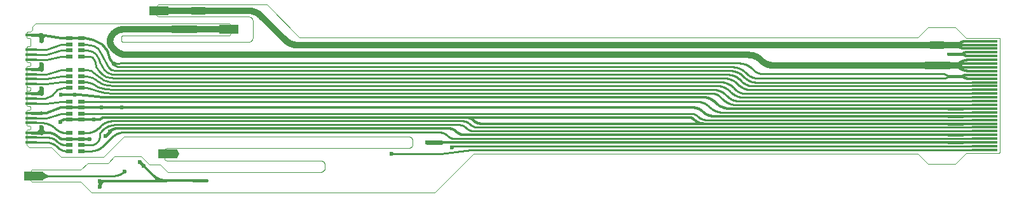
<source format=gtl>
G04 EAGLE Gerber X2 export*
%TF.Part,Single*%
%TF.FileFunction,Other,top copper*%
%TF.FilePolarity,Positive*%
%TF.GenerationSoftware,Autodesk,EAGLE,9.6.2*%
%TF.CreationDate,2021-11-14T09:40:45Z*%
G75*
%MOMM*%
%FSLAX34Y34*%
%LPD*%
%INtop copper*%
%AMOC8*
5,1,8,0,0,1.08239X$1,22.5*%
G01*
%ADD10C,0.000000*%
%ADD11R,0.900000X0.500000*%
%ADD12R,1.350000X0.450000*%
%ADD13R,2.540000X1.270000*%
%ADD14R,3.500000X0.300000*%
%ADD15C,0.450000*%
%ADD16C,0.254000*%
%ADD17C,0.406400*%
%ADD18C,0.600000*%
%ADD19C,0.455000*%
%ADD20C,0.304800*%
%ADD21C,0.609600*%
%ADD22C,0.430000*%
%ADD23C,1.000000*%
%ADD24C,1.016000*%
%ADD25C,0.812800*%
%ADD26C,1.040000*%


D10*
X0Y-36000D02*
X3000Y-39000D01*
X32500Y-39000D01*
X0Y113500D02*
X1000Y114500D01*
X0Y113500D02*
X0Y107500D01*
X0Y94000D02*
X0Y75000D01*
X1000Y74000D01*
X4000Y74000D01*
X5000Y73000D01*
X5000Y70000D02*
X4000Y69000D01*
X1000Y69000D01*
X0Y68000D01*
X5000Y70000D02*
X5000Y73000D01*
X0Y68000D02*
X0Y42500D01*
X1000Y41500D01*
X4000Y41500D01*
X5000Y40500D01*
X5000Y37500D02*
X4000Y36500D01*
X1000Y36500D01*
X0Y35500D01*
X5000Y37500D02*
X5000Y40500D01*
X0Y42000D02*
X0Y35500D01*
X0Y16500D02*
X1000Y15500D01*
X4000Y15500D01*
X5000Y14500D01*
X5000Y11500D02*
X4000Y10500D01*
X1000Y10500D01*
X0Y9500D01*
X5000Y11500D02*
X5000Y14500D01*
X0Y-16500D02*
X0Y-36000D01*
X0Y-9500D02*
X0Y9500D01*
X0Y16500D02*
X0Y35500D01*
X0Y-9500D02*
X1000Y-10500D01*
X4000Y-10500D02*
X5000Y-11500D01*
X4000Y-10500D02*
X1000Y-10500D01*
X5000Y-11500D02*
X5000Y-14500D01*
X4000Y-15500D01*
X1000Y-15500D01*
X0Y-16500D01*
X1000Y106500D02*
X0Y107500D01*
X1000Y106500D02*
X4000Y106500D01*
X5000Y105500D01*
X5000Y96000D01*
X4000Y95000D01*
X1000Y95000D01*
X0Y94000D01*
X1000Y114500D02*
X5000Y114500D01*
X7500Y117000D01*
X7500Y122000D01*
X11500Y126000D01*
X270000Y126000D01*
X272000Y124000D01*
X272000Y112000D01*
X270000Y110000D01*
X129000Y110000D01*
X126000Y107000D02*
X126000Y104000D01*
X129000Y101000D02*
X295000Y101000D01*
X301000Y108000D02*
X301000Y128000D01*
X295000Y135000D02*
X175000Y135000D01*
X173000Y137000D01*
X173000Y149000D01*
X175000Y151000D01*
X320000Y151000D01*
X363500Y107500D01*
X1295500Y106500D02*
X1296000Y106000D01*
X1296000Y-45500D01*
X1295000Y-46500D01*
X1295500Y106500D02*
X1251000Y106500D01*
X1187000Y107500D02*
X363500Y107500D01*
X129000Y110000D02*
X128893Y109998D01*
X128786Y109992D01*
X128679Y109983D01*
X128573Y109969D01*
X128467Y109952D01*
X128362Y109931D01*
X128258Y109907D01*
X128155Y109878D01*
X128053Y109846D01*
X127952Y109811D01*
X127852Y109772D01*
X127754Y109729D01*
X127657Y109683D01*
X127562Y109633D01*
X127469Y109580D01*
X127378Y109524D01*
X127289Y109464D01*
X127202Y109402D01*
X127118Y109336D01*
X127035Y109267D01*
X126956Y109196D01*
X126879Y109121D01*
X126804Y109044D01*
X126733Y108965D01*
X126664Y108882D01*
X126598Y108798D01*
X126536Y108711D01*
X126476Y108622D01*
X126420Y108531D01*
X126367Y108438D01*
X126317Y108343D01*
X126271Y108246D01*
X126228Y108148D01*
X126189Y108048D01*
X126154Y107947D01*
X126122Y107845D01*
X126093Y107742D01*
X126069Y107638D01*
X126048Y107533D01*
X126031Y107427D01*
X126017Y107321D01*
X126008Y107214D01*
X126002Y107107D01*
X126000Y107000D01*
X126000Y104000D02*
X126002Y103893D01*
X126008Y103786D01*
X126017Y103679D01*
X126031Y103573D01*
X126048Y103467D01*
X126069Y103362D01*
X126093Y103258D01*
X126122Y103155D01*
X126154Y103053D01*
X126189Y102952D01*
X126228Y102852D01*
X126271Y102754D01*
X126317Y102657D01*
X126367Y102562D01*
X126420Y102469D01*
X126476Y102378D01*
X126536Y102289D01*
X126598Y102202D01*
X126664Y102118D01*
X126733Y102035D01*
X126804Y101956D01*
X126879Y101879D01*
X126956Y101804D01*
X127035Y101733D01*
X127118Y101664D01*
X127202Y101598D01*
X127289Y101536D01*
X127378Y101476D01*
X127469Y101420D01*
X127562Y101367D01*
X127657Y101317D01*
X127754Y101271D01*
X127852Y101228D01*
X127952Y101189D01*
X128053Y101154D01*
X128155Y101122D01*
X128258Y101093D01*
X128362Y101069D01*
X128467Y101048D01*
X128573Y101031D01*
X128679Y101017D01*
X128786Y101008D01*
X128893Y101002D01*
X129000Y101000D01*
X295000Y101000D02*
X295159Y101014D01*
X295318Y101033D01*
X295477Y101055D01*
X295635Y101081D01*
X295792Y101110D01*
X295948Y101144D01*
X296104Y101181D01*
X296258Y101223D01*
X296412Y101268D01*
X296564Y101316D01*
X296715Y101369D01*
X296865Y101425D01*
X297014Y101485D01*
X297160Y101549D01*
X297306Y101616D01*
X297449Y101686D01*
X297591Y101760D01*
X297731Y101838D01*
X297869Y101919D01*
X298005Y102003D01*
X298139Y102091D01*
X298270Y102182D01*
X298400Y102276D01*
X298527Y102373D01*
X298651Y102474D01*
X298774Y102577D01*
X298893Y102684D01*
X299010Y102793D01*
X299124Y102905D01*
X299235Y103020D01*
X299344Y103137D01*
X299450Y103257D01*
X299552Y103380D01*
X299652Y103505D01*
X299748Y103633D01*
X299842Y103763D01*
X299932Y103895D01*
X300019Y104030D01*
X300102Y104166D01*
X300182Y104305D01*
X300259Y104445D01*
X300332Y104587D01*
X300402Y104731D01*
X300468Y104877D01*
X300531Y105024D01*
X300590Y105173D01*
X300645Y105323D01*
X300696Y105475D01*
X300744Y105627D01*
X300788Y105781D01*
X300829Y105936D01*
X300865Y106092D01*
X300898Y106248D01*
X300926Y106406D01*
X300951Y106564D01*
X300972Y106722D01*
X300990Y106881D01*
X301003Y107041D01*
X301012Y107201D01*
X301018Y107360D01*
X301019Y107520D01*
X301017Y107680D01*
X301010Y107840D01*
X301000Y108000D01*
X301000Y128000D02*
X301021Y128153D01*
X301039Y128306D01*
X301053Y128459D01*
X301063Y128613D01*
X301069Y128767D01*
X301071Y128921D01*
X301069Y129074D01*
X301064Y129228D01*
X301054Y129382D01*
X301041Y129535D01*
X301023Y129688D01*
X301002Y129841D01*
X300977Y129993D01*
X300948Y130144D01*
X300915Y130294D01*
X300879Y130444D01*
X300839Y130592D01*
X300795Y130740D01*
X300747Y130886D01*
X300695Y131031D01*
X300640Y131175D01*
X300581Y131317D01*
X300519Y131458D01*
X300453Y131597D01*
X300384Y131735D01*
X300311Y131870D01*
X300235Y132004D01*
X300155Y132136D01*
X300072Y132265D01*
X299986Y132393D01*
X299896Y132518D01*
X299804Y132641D01*
X299708Y132762D01*
X299609Y132880D01*
X299508Y132996D01*
X299403Y133109D01*
X299296Y133219D01*
X299186Y133326D01*
X299073Y133431D01*
X298957Y133533D01*
X298839Y133632D01*
X298719Y133728D01*
X298596Y133820D01*
X298471Y133910D01*
X298343Y133996D01*
X298214Y134080D01*
X298082Y134159D01*
X297949Y134236D01*
X297813Y134309D01*
X297676Y134378D01*
X297537Y134445D01*
X297396Y134507D01*
X297254Y134566D01*
X297110Y134621D01*
X296965Y134673D01*
X296819Y134721D01*
X296672Y134765D01*
X296523Y134806D01*
X296374Y134843D01*
X296223Y134876D01*
X296072Y134905D01*
X295920Y134930D01*
X295768Y134951D01*
X295615Y134969D01*
X295461Y134982D01*
X295308Y134992D01*
X295154Y134998D01*
X295000Y135000D01*
X102000Y-52000D02*
X45500Y-52000D01*
X32500Y-39000D01*
X102000Y-52000D02*
X129000Y-25000D01*
X514000Y-31000D02*
X514000Y-34000D01*
X508000Y-40000D02*
X186000Y-40000D01*
X184000Y-42000D01*
X184000Y-55000D01*
X186000Y-57000D01*
X508000Y-24999D02*
X508148Y-24990D01*
X508296Y-24985D01*
X508445Y-24983D01*
X508593Y-24985D01*
X508741Y-24992D01*
X508889Y-25002D01*
X509036Y-25016D01*
X509184Y-25034D01*
X509330Y-25056D01*
X509476Y-25082D01*
X509621Y-25112D01*
X509766Y-25145D01*
X509909Y-25183D01*
X510052Y-25224D01*
X510193Y-25269D01*
X510333Y-25317D01*
X510472Y-25370D01*
X510609Y-25426D01*
X510745Y-25485D01*
X510879Y-25549D01*
X511011Y-25615D01*
X511142Y-25686D01*
X511270Y-25759D01*
X511397Y-25836D01*
X511521Y-25917D01*
X511644Y-26000D01*
X511764Y-26087D01*
X511882Y-26177D01*
X511997Y-26270D01*
X512110Y-26367D01*
X512220Y-26466D01*
X512328Y-26568D01*
X512432Y-26672D01*
X512534Y-26780D01*
X512633Y-26890D01*
X512730Y-27003D01*
X512823Y-27118D01*
X512913Y-27236D01*
X513000Y-27356D01*
X513083Y-27479D01*
X513164Y-27603D01*
X513241Y-27730D01*
X513314Y-27858D01*
X513385Y-27989D01*
X513451Y-28121D01*
X513515Y-28255D01*
X513574Y-28391D01*
X513630Y-28528D01*
X513683Y-28667D01*
X513731Y-28807D01*
X513776Y-28948D01*
X513817Y-29091D01*
X513855Y-29234D01*
X513888Y-29379D01*
X513918Y-29524D01*
X513944Y-29670D01*
X513966Y-29816D01*
X513984Y-29964D01*
X513998Y-30111D01*
X514008Y-30259D01*
X514015Y-30407D01*
X514017Y-30555D01*
X514015Y-30704D01*
X514010Y-30852D01*
X514001Y-31000D01*
X514001Y-34000D02*
X514010Y-34148D01*
X514015Y-34296D01*
X514017Y-34445D01*
X514015Y-34593D01*
X514008Y-34741D01*
X513998Y-34889D01*
X513984Y-35036D01*
X513966Y-35184D01*
X513944Y-35330D01*
X513918Y-35476D01*
X513888Y-35621D01*
X513855Y-35766D01*
X513817Y-35909D01*
X513776Y-36052D01*
X513731Y-36193D01*
X513683Y-36333D01*
X513630Y-36472D01*
X513574Y-36609D01*
X513515Y-36745D01*
X513451Y-36879D01*
X513385Y-37011D01*
X513314Y-37142D01*
X513241Y-37270D01*
X513164Y-37397D01*
X513083Y-37521D01*
X513000Y-37644D01*
X512913Y-37764D01*
X512823Y-37882D01*
X512730Y-37997D01*
X512633Y-38110D01*
X512534Y-38220D01*
X512432Y-38328D01*
X512328Y-38432D01*
X512220Y-38534D01*
X512110Y-38633D01*
X511997Y-38730D01*
X511882Y-38823D01*
X511764Y-38913D01*
X511644Y-39000D01*
X511521Y-39083D01*
X511397Y-39164D01*
X511270Y-39241D01*
X511142Y-39314D01*
X511011Y-39385D01*
X510879Y-39451D01*
X510745Y-39515D01*
X510609Y-39574D01*
X510472Y-39630D01*
X510333Y-39683D01*
X510193Y-39731D01*
X510052Y-39776D01*
X509909Y-39817D01*
X509766Y-39855D01*
X509621Y-39888D01*
X509476Y-39918D01*
X509330Y-39944D01*
X509184Y-39966D01*
X509036Y-39984D01*
X508889Y-39998D01*
X508741Y-40008D01*
X508593Y-40015D01*
X508445Y-40017D01*
X508296Y-40015D01*
X508148Y-40010D01*
X508000Y-40001D01*
X508000Y-25000D02*
X129000Y-25000D01*
X7000Y-85000D02*
X5000Y-83000D01*
X5000Y-71000D01*
X7000Y-69000D01*
X72000Y-69000D01*
X81000Y-60000D01*
X108000Y-60000D01*
X117000Y-51000D01*
X152000Y-51000D01*
X163000Y-62000D01*
X178000Y-62000D01*
X391000Y-56999D02*
X391148Y-56990D01*
X391296Y-56985D01*
X391445Y-56983D01*
X391593Y-56985D01*
X391741Y-56992D01*
X391889Y-57002D01*
X392036Y-57016D01*
X392184Y-57034D01*
X392330Y-57056D01*
X392476Y-57082D01*
X392621Y-57112D01*
X392766Y-57145D01*
X392909Y-57183D01*
X393052Y-57224D01*
X393193Y-57269D01*
X393333Y-57317D01*
X393472Y-57370D01*
X393609Y-57426D01*
X393745Y-57485D01*
X393879Y-57549D01*
X394011Y-57615D01*
X394142Y-57686D01*
X394270Y-57759D01*
X394397Y-57836D01*
X394521Y-57917D01*
X394644Y-58000D01*
X394764Y-58087D01*
X394882Y-58177D01*
X394997Y-58270D01*
X395110Y-58367D01*
X395220Y-58466D01*
X395328Y-58568D01*
X395432Y-58672D01*
X395534Y-58780D01*
X395633Y-58890D01*
X395730Y-59003D01*
X395823Y-59118D01*
X395913Y-59236D01*
X396000Y-59356D01*
X396083Y-59479D01*
X396164Y-59603D01*
X396241Y-59730D01*
X396314Y-59858D01*
X396385Y-59989D01*
X396451Y-60121D01*
X396515Y-60255D01*
X396574Y-60391D01*
X396630Y-60528D01*
X396683Y-60667D01*
X396731Y-60807D01*
X396776Y-60948D01*
X396817Y-61091D01*
X396855Y-61234D01*
X396888Y-61379D01*
X396918Y-61524D01*
X396944Y-61670D01*
X396966Y-61816D01*
X396984Y-61964D01*
X396998Y-62111D01*
X397008Y-62259D01*
X397015Y-62407D01*
X397017Y-62555D01*
X397015Y-62704D01*
X397010Y-62852D01*
X397001Y-63000D01*
X397000Y-63000D02*
X397000Y-66000D01*
X397001Y-66000D02*
X397010Y-66148D01*
X397015Y-66296D01*
X397017Y-66445D01*
X397015Y-66593D01*
X397008Y-66741D01*
X396998Y-66889D01*
X396984Y-67036D01*
X396966Y-67184D01*
X396944Y-67330D01*
X396918Y-67476D01*
X396888Y-67621D01*
X396855Y-67766D01*
X396817Y-67909D01*
X396776Y-68052D01*
X396731Y-68193D01*
X396683Y-68333D01*
X396630Y-68472D01*
X396574Y-68609D01*
X396515Y-68745D01*
X396451Y-68879D01*
X396385Y-69011D01*
X396314Y-69142D01*
X396241Y-69270D01*
X396164Y-69397D01*
X396083Y-69521D01*
X396000Y-69644D01*
X395913Y-69764D01*
X395823Y-69882D01*
X395730Y-69997D01*
X395633Y-70110D01*
X395534Y-70220D01*
X395432Y-70328D01*
X395328Y-70432D01*
X395220Y-70534D01*
X395110Y-70633D01*
X394997Y-70730D01*
X394882Y-70823D01*
X394764Y-70913D01*
X394644Y-71000D01*
X394521Y-71083D01*
X394397Y-71164D01*
X394270Y-71241D01*
X394142Y-71314D01*
X394011Y-71385D01*
X393879Y-71451D01*
X393745Y-71515D01*
X393609Y-71574D01*
X393472Y-71630D01*
X393333Y-71683D01*
X393193Y-71731D01*
X393052Y-71776D01*
X392909Y-71817D01*
X392766Y-71855D01*
X392621Y-71888D01*
X392476Y-71918D01*
X392330Y-71944D01*
X392184Y-71966D01*
X392036Y-71984D01*
X391889Y-71998D01*
X391741Y-72008D01*
X391593Y-72015D01*
X391445Y-72017D01*
X391296Y-72015D01*
X391148Y-72010D01*
X391000Y-72001D01*
X391000Y-72000D02*
X188000Y-72000D01*
X178000Y-62000D01*
X186000Y-57000D02*
X391000Y-57000D01*
X72000Y-85000D02*
X7000Y-85000D01*
X72000Y-85000D02*
X86000Y-99000D01*
X543500Y-99000D01*
X595000Y-47500D01*
X1187000Y-47500D02*
X1200500Y-61000D01*
X1236500Y-61000D01*
X1251000Y-46500D01*
X1295000Y-46500D01*
X1187000Y-47500D02*
X595000Y-47500D01*
X1187000Y107500D02*
X1200500Y121000D01*
X1236500Y121000D01*
X1251000Y106500D01*
D11*
X57000Y106000D03*
X57000Y98000D03*
X57000Y90000D03*
X57000Y82000D03*
X73000Y82000D03*
X73000Y90000D03*
X73000Y98000D03*
X73000Y106000D03*
X57000Y64000D03*
X57000Y56000D03*
X57000Y48000D03*
X57000Y40000D03*
X73000Y40000D03*
X73000Y48000D03*
X73000Y56000D03*
X73000Y64000D03*
X57000Y22000D03*
X57000Y14000D03*
X57000Y6000D03*
X57000Y-2000D03*
X73000Y-2000D03*
X73000Y6000D03*
X73000Y14000D03*
X73000Y22000D03*
D12*
X6500Y0D03*
X6500Y6500D03*
X6500Y19500D03*
X6500Y26000D03*
X6500Y32500D03*
X6500Y45500D03*
X6500Y52000D03*
X6500Y58500D03*
X6500Y65000D03*
X6500Y78000D03*
X6500Y84500D03*
X6500Y91000D03*
X6500Y-6500D03*
X6500Y-19500D03*
X6500Y-26000D03*
X6500Y-32500D03*
D11*
X73000Y-44000D03*
X73000Y-36000D03*
X73000Y-28000D03*
X73000Y-20000D03*
X57000Y-20000D03*
X57000Y-28000D03*
X57000Y-36000D03*
X57000Y-44000D03*
D12*
X6500Y110500D03*
D13*
X269500Y118000D03*
X176000Y143000D03*
D14*
X1275500Y102500D03*
X1275500Y97500D03*
X1275500Y92500D03*
X1275500Y87500D03*
X1275500Y82500D03*
X1275500Y77500D03*
X1275500Y72500D03*
X1275500Y67500D03*
X1275500Y62500D03*
X1275500Y57500D03*
X1275500Y52500D03*
X1275500Y47500D03*
X1275500Y42500D03*
X1275500Y37500D03*
X1275500Y32500D03*
X1275500Y27500D03*
X1275500Y22500D03*
X1275500Y17500D03*
X1275500Y12500D03*
X1275500Y7500D03*
X1275500Y2500D03*
X1275500Y-2500D03*
X1275500Y-7500D03*
X1275500Y-12500D03*
X1275500Y-17500D03*
X1275500Y-22500D03*
X1275500Y-27500D03*
X1275500Y-32500D03*
X1275500Y-37500D03*
X1275500Y-42500D03*
D13*
X187500Y-48000D03*
X9500Y-77000D03*
D15*
X6500Y0D03*
D16*
X26000Y0D01*
X45500Y6000D01*
X57000Y6000D01*
D15*
X6500Y65000D03*
X6500Y32500D03*
X6500Y6500D03*
X6500Y-19500D03*
X0Y-19500D03*
D17*
X6500Y65000D02*
X15000Y65000D01*
X19500Y65000D01*
X14500Y-19500D02*
X6500Y-19500D01*
D18*
X19500Y-19500D03*
D17*
X14500Y-19500D01*
D18*
X19500Y65000D03*
X19500Y32500D03*
D19*
X19500Y6500D03*
D17*
X19500Y32500D02*
X14500Y32500D01*
D15*
X0Y110500D03*
X6500Y110500D03*
D18*
X19500Y110500D03*
D17*
X14500Y32500D02*
X6500Y32500D01*
X6500Y110500D02*
X15000Y110500D01*
X19500Y110500D01*
X19500Y6500D02*
X6500Y6500D01*
D16*
X6500Y-19500D02*
X0Y-19500D01*
D15*
X0Y65000D03*
X0Y32500D03*
X0Y6500D03*
D16*
X3270Y6500D02*
X6500Y6500D01*
D20*
X45500Y14000D02*
X57000Y14000D01*
X45500Y14000D02*
X26000Y6500D01*
X19500Y6500D01*
X24037Y109715D02*
X19500Y110500D01*
X24037Y109715D02*
X45500Y106000D01*
X57000Y106000D01*
X73000Y106000D01*
X78000Y106000D01*
D18*
X45500Y31000D03*
D20*
X69177Y31000D01*
X24000Y-19500D02*
X19500Y-19500D01*
X57000Y14000D02*
X73000Y14000D01*
D16*
X6500Y110500D02*
X3270Y110500D01*
D20*
X69177Y31000D02*
X86506Y29000D01*
X100500Y28000D01*
X89000Y104000D02*
X78000Y106000D01*
X89000Y104000D02*
X101000Y98000D01*
X107000Y89500D01*
X110500Y78500D01*
X113155Y74880D01*
X114697Y72777D01*
X116000Y71000D01*
D16*
X121000Y68000D01*
X120036Y72867D02*
X128000Y73000D01*
X120036Y72867D02*
X114697Y72777D01*
X113155Y74880D02*
X120036Y72867D01*
D18*
X19500Y103000D03*
X19500Y72000D03*
X19500Y39500D03*
X19500Y-12500D03*
D21*
X19500Y-19500D01*
X19500Y32500D02*
X19500Y39500D01*
X19500Y65000D02*
X19500Y72000D01*
X19500Y103000D02*
X19500Y110500D01*
D20*
X19500Y105178D02*
X19500Y103000D01*
X19500Y105178D02*
X24037Y109715D01*
X19500Y106000D02*
X19500Y103000D01*
X19500Y106000D02*
X15000Y110500D01*
X19500Y69500D02*
X15000Y65000D01*
X19500Y69500D02*
X19500Y72000D01*
X19500Y39500D02*
X19500Y37500D01*
X14500Y32500D01*
X19500Y-12500D02*
X19500Y-14500D01*
X14500Y-19500D01*
X19500Y-15000D02*
X19500Y-12500D01*
X19500Y-15000D02*
X24000Y-19500D01*
X47586Y-28000D02*
X57000Y-28000D01*
X47586Y-28000D02*
X47424Y-27998D01*
X47261Y-27992D01*
X47099Y-27983D01*
X46937Y-27969D01*
X46775Y-27952D01*
X46614Y-27931D01*
X46454Y-27905D01*
X46294Y-27877D01*
X46135Y-27844D01*
X45976Y-27808D01*
X45819Y-27767D01*
X45662Y-27723D01*
X45507Y-27676D01*
X45353Y-27624D01*
X45200Y-27569D01*
X45048Y-27511D01*
X44898Y-27449D01*
X44750Y-27383D01*
X44603Y-27314D01*
X44457Y-27241D01*
X44314Y-27165D01*
X44172Y-27085D01*
X44032Y-27002D01*
X43895Y-26916D01*
X43759Y-26827D01*
X43625Y-26734D01*
X43494Y-26638D01*
X43365Y-26539D01*
X43239Y-26437D01*
X43115Y-26332D01*
X42993Y-26224D01*
X42874Y-26114D01*
X42758Y-26000D01*
X27065Y-19500D02*
X24000Y-19500D01*
X27065Y-19500D02*
X27593Y-19506D01*
X28121Y-19525D01*
X28648Y-19557D01*
X29174Y-19600D01*
X29700Y-19657D01*
X30223Y-19726D01*
X30745Y-19807D01*
X31265Y-19901D01*
X31782Y-20007D01*
X32297Y-20126D01*
X32809Y-20256D01*
X33317Y-20399D01*
X33822Y-20554D01*
X34323Y-20721D01*
X34820Y-20899D01*
X35313Y-21090D01*
X35801Y-21292D01*
X36284Y-21505D01*
X36762Y-21731D01*
X37234Y-21967D01*
X37700Y-22215D01*
X38161Y-22473D01*
X38615Y-22743D01*
X39063Y-23023D01*
X39504Y-23314D01*
X39938Y-23615D01*
X40364Y-23926D01*
X40783Y-24248D01*
X41194Y-24579D01*
X41598Y-24920D01*
X41993Y-25271D01*
X42379Y-25631D01*
X42757Y-26000D01*
D18*
X44500Y-5000D03*
D20*
X51743Y-2000D02*
X57000Y-2000D01*
X51743Y-2000D02*
X51499Y-2003D01*
X51256Y-2012D01*
X51012Y-2026D01*
X50769Y-2046D01*
X50527Y-2072D01*
X50285Y-2104D01*
X50044Y-2142D01*
X49805Y-2185D01*
X49566Y-2234D01*
X49328Y-2289D01*
X49092Y-2349D01*
X48857Y-2415D01*
X48624Y-2486D01*
X48393Y-2563D01*
X48163Y-2646D01*
X47936Y-2734D01*
X47711Y-2827D01*
X47488Y-2926D01*
X47267Y-3030D01*
X47049Y-3139D01*
X46834Y-3253D01*
X46622Y-3372D01*
X46412Y-3497D01*
X46205Y-3626D01*
X46002Y-3760D01*
X45801Y-3899D01*
X45605Y-4043D01*
X45411Y-4191D01*
X45221Y-4344D01*
X45035Y-4502D01*
X44853Y-4664D01*
X44675Y-4830D01*
X44500Y-5000D01*
X57000Y-2000D02*
X73000Y-2000D01*
D22*
X1246500Y12500D03*
X1237500Y12500D03*
X1227500Y12500D03*
X1246500Y85500D03*
X1237500Y85500D03*
X1227500Y85500D03*
X1246500Y55500D03*
X1237500Y55500D03*
X1227500Y55500D03*
X1246500Y2500D03*
X1237500Y2500D03*
X1227500Y2500D03*
X1246500Y-7500D03*
X1237500Y-7500D03*
X1227500Y-7500D03*
X1246500Y-22500D03*
X1237500Y-22500D03*
X1227500Y-22500D03*
X1246500Y-32500D03*
X1237500Y-32500D03*
X1227500Y-32500D03*
D20*
X1246500Y-32500D02*
X1275500Y-32500D01*
D17*
X1246500Y-32500D02*
X1237500Y-32500D01*
X1227500Y-32500D01*
X1227500Y-22500D02*
X1237500Y-22500D01*
X1246500Y-22500D01*
X1237500Y-7500D02*
X1227500Y-7500D01*
X1237500Y-7500D02*
X1246500Y-7500D01*
X1237500Y2500D02*
X1227500Y2500D01*
X1237500Y2500D02*
X1246500Y2500D01*
X1246500Y12500D02*
X1237500Y12500D01*
X1227500Y12500D01*
X1227500Y55500D02*
X1237500Y55500D01*
X1246500Y55500D01*
D20*
X1251328Y57500D02*
X1275500Y57500D01*
X1251328Y57500D02*
X1251166Y57498D01*
X1251003Y57492D01*
X1250841Y57483D01*
X1250679Y57469D01*
X1250517Y57452D01*
X1250356Y57431D01*
X1250196Y57405D01*
X1250036Y57377D01*
X1249877Y57344D01*
X1249718Y57308D01*
X1249561Y57267D01*
X1249404Y57223D01*
X1249249Y57176D01*
X1249095Y57124D01*
X1248942Y57069D01*
X1248790Y57011D01*
X1248640Y56949D01*
X1248492Y56883D01*
X1248345Y56814D01*
X1248199Y56741D01*
X1248056Y56665D01*
X1247914Y56585D01*
X1247774Y56502D01*
X1247637Y56416D01*
X1247501Y56327D01*
X1247367Y56234D01*
X1247236Y56138D01*
X1247107Y56039D01*
X1246981Y55937D01*
X1246857Y55832D01*
X1246735Y55724D01*
X1246616Y55614D01*
X1246500Y55500D01*
X1253743Y52500D02*
X1275500Y52500D01*
X1253743Y52500D02*
X1253499Y52503D01*
X1253256Y52512D01*
X1253012Y52526D01*
X1252769Y52546D01*
X1252527Y52572D01*
X1252285Y52604D01*
X1252044Y52642D01*
X1251805Y52685D01*
X1251566Y52734D01*
X1251328Y52789D01*
X1251092Y52849D01*
X1250857Y52915D01*
X1250624Y52986D01*
X1250393Y53063D01*
X1250163Y53146D01*
X1249936Y53234D01*
X1249711Y53327D01*
X1249488Y53426D01*
X1249267Y53530D01*
X1249049Y53639D01*
X1248834Y53753D01*
X1248622Y53872D01*
X1248412Y53997D01*
X1248205Y54126D01*
X1248002Y54260D01*
X1247801Y54399D01*
X1247605Y54543D01*
X1247411Y54691D01*
X1247221Y54844D01*
X1247035Y55002D01*
X1246853Y55164D01*
X1246675Y55330D01*
X1246500Y55500D01*
X1251328Y87500D02*
X1275500Y87500D01*
X1251328Y87500D02*
X1251166Y87498D01*
X1251003Y87492D01*
X1250841Y87483D01*
X1250679Y87469D01*
X1250517Y87452D01*
X1250356Y87431D01*
X1250196Y87405D01*
X1250036Y87377D01*
X1249877Y87344D01*
X1249718Y87308D01*
X1249561Y87267D01*
X1249404Y87223D01*
X1249249Y87176D01*
X1249095Y87124D01*
X1248942Y87069D01*
X1248790Y87011D01*
X1248640Y86949D01*
X1248492Y86883D01*
X1248345Y86814D01*
X1248199Y86741D01*
X1248056Y86665D01*
X1247914Y86585D01*
X1247774Y86502D01*
X1247637Y86416D01*
X1247501Y86327D01*
X1247367Y86234D01*
X1247236Y86138D01*
X1247107Y86039D01*
X1246981Y85937D01*
X1246857Y85832D01*
X1246735Y85724D01*
X1246616Y85614D01*
X1246500Y85500D01*
X1253743Y82500D02*
X1275500Y82500D01*
X1253743Y82500D02*
X1253499Y82503D01*
X1253256Y82512D01*
X1253012Y82526D01*
X1252769Y82546D01*
X1252527Y82572D01*
X1252285Y82604D01*
X1252044Y82642D01*
X1251805Y82685D01*
X1251566Y82734D01*
X1251328Y82789D01*
X1251092Y82849D01*
X1250857Y82915D01*
X1250624Y82986D01*
X1250393Y83063D01*
X1250163Y83146D01*
X1249936Y83234D01*
X1249711Y83327D01*
X1249488Y83426D01*
X1249267Y83530D01*
X1249049Y83639D01*
X1248834Y83753D01*
X1248622Y83872D01*
X1248412Y83997D01*
X1248205Y84126D01*
X1248002Y84260D01*
X1247801Y84399D01*
X1247605Y84543D01*
X1247411Y84691D01*
X1247221Y84844D01*
X1247035Y85002D01*
X1246853Y85164D01*
X1246675Y85330D01*
X1246500Y85500D01*
X1246500Y12500D02*
X1275500Y12500D01*
X1275500Y2500D02*
X1246500Y2500D01*
X1246500Y-7500D02*
X1275500Y-7500D01*
X1275500Y-22500D02*
X1246500Y-22500D01*
D17*
X1237500Y85500D02*
X1227500Y85500D01*
X1237500Y85500D02*
X1246500Y85500D01*
X155500Y-63500D02*
X150500Y-58500D01*
D22*
X221500Y-83500D03*
X230500Y-83500D03*
X239500Y-83500D03*
D17*
X230500Y-83500D01*
X221500Y-83500D01*
D20*
X186021Y-83500D01*
X185417Y-83493D01*
X184812Y-83471D01*
X184209Y-83435D01*
X183607Y-83385D01*
X183006Y-83320D01*
X182406Y-83241D01*
X181809Y-83148D01*
X181214Y-83041D01*
X180622Y-82920D01*
X180033Y-82784D01*
X179447Y-82635D01*
X178865Y-82471D01*
X178287Y-82294D01*
X177713Y-82103D01*
X177145Y-81899D01*
X176581Y-81681D01*
X176022Y-81449D01*
X175469Y-81205D01*
X174923Y-80947D01*
X174382Y-80676D01*
X173848Y-80393D01*
X173321Y-80097D01*
X172801Y-79789D01*
X172289Y-79468D01*
X171784Y-79135D01*
X171288Y-78790D01*
X170799Y-78434D01*
X170320Y-78066D01*
X169849Y-77686D01*
X169388Y-77296D01*
X168935Y-76895D01*
X168493Y-76483D01*
X168060Y-76061D01*
X168061Y-76061D02*
X155500Y-63500D01*
D17*
X97500Y-84500D02*
X97500Y-91500D01*
D20*
X97500Y-84500D02*
X102000Y-84500D01*
X170000Y-84500D01*
X183607Y-84500D01*
X183719Y-84498D01*
X183830Y-84493D01*
X183942Y-84484D01*
X184053Y-84471D01*
X184163Y-84454D01*
X184273Y-84434D01*
X184382Y-84411D01*
X184491Y-84384D01*
X184598Y-84353D01*
X184704Y-84319D01*
X184810Y-84281D01*
X184913Y-84240D01*
X185016Y-84196D01*
X185117Y-84148D01*
X185216Y-84097D01*
X185314Y-84043D01*
X185410Y-83985D01*
X185504Y-83925D01*
X185596Y-83861D01*
X185685Y-83795D01*
X185773Y-83725D01*
X185858Y-83653D01*
X185941Y-83578D01*
X186021Y-83500D01*
X176000Y-81500D02*
X173000Y-83000D01*
X170000Y-84500D01*
X173000Y-83000D02*
X172500Y-80000D01*
X99268Y-87232D02*
X99161Y-87341D01*
X99057Y-87454D01*
X98956Y-87568D01*
X98858Y-87686D01*
X98763Y-87805D01*
X98671Y-87927D01*
X98582Y-88052D01*
X98496Y-88178D01*
X98414Y-88307D01*
X98334Y-88438D01*
X98258Y-88571D01*
X98186Y-88705D01*
X98117Y-88842D01*
X98051Y-88980D01*
X97989Y-89120D01*
X97931Y-89261D01*
X97876Y-89404D01*
X97824Y-89548D01*
X97777Y-89693D01*
X97733Y-89840D01*
X97693Y-89987D01*
X97656Y-90136D01*
X97624Y-90285D01*
X97595Y-90435D01*
X97570Y-90586D01*
X97548Y-90737D01*
X97531Y-90889D01*
X97517Y-91042D01*
X97508Y-91194D01*
X97502Y-91347D01*
X97500Y-91500D01*
X99268Y-87232D02*
X102000Y-84500D01*
X936021Y12500D02*
X1227500Y12500D01*
X936021Y12500D02*
X935417Y12507D01*
X934812Y12529D01*
X934209Y12565D01*
X933607Y12615D01*
X933006Y12680D01*
X932406Y12759D01*
X931809Y12852D01*
X931214Y12959D01*
X930622Y13080D01*
X930033Y13216D01*
X929447Y13365D01*
X928865Y13529D01*
X928287Y13706D01*
X927713Y13897D01*
X927145Y14101D01*
X926581Y14319D01*
X926022Y14551D01*
X925469Y14795D01*
X924923Y15053D01*
X924382Y15324D01*
X923848Y15607D01*
X923321Y15903D01*
X922801Y16211D01*
X922289Y16532D01*
X921784Y16865D01*
X921288Y17210D01*
X920799Y17566D01*
X920320Y17934D01*
X919849Y18314D01*
X919388Y18704D01*
X918935Y19105D01*
X918493Y19517D01*
X918060Y19939D01*
X917440Y20561D02*
X916993Y20996D01*
X916537Y21420D01*
X916070Y21833D01*
X915593Y22234D01*
X915106Y22624D01*
X914610Y23001D01*
X914105Y23367D01*
X913590Y23719D01*
X913068Y24059D01*
X912537Y24386D01*
X911999Y24700D01*
X911452Y25001D01*
X910899Y25288D01*
X910339Y25561D01*
X909772Y25821D01*
X909199Y26067D01*
X908620Y26298D01*
X908036Y26515D01*
X907447Y26718D01*
X906852Y26906D01*
X906254Y27080D01*
X905651Y27239D01*
X905044Y27383D01*
X904434Y27512D01*
X903821Y27626D01*
X903206Y27725D01*
X902588Y27809D01*
X901969Y27878D01*
X901348Y27931D01*
X900725Y27969D01*
X900102Y27992D01*
X899479Y28000D01*
X917440Y20561D02*
X918061Y19940D01*
X899479Y28000D02*
X100500Y28000D01*
X886515Y14000D02*
X887018Y13994D01*
X887520Y13975D01*
X888022Y13944D01*
X888523Y13901D01*
X889023Y13846D01*
X889521Y13778D01*
X890017Y13698D01*
X890511Y13606D01*
X891003Y13502D01*
X891492Y13386D01*
X891979Y13258D01*
X892461Y13118D01*
X892941Y12966D01*
X893416Y12803D01*
X893887Y12627D01*
X894354Y12441D01*
X894816Y12243D01*
X895273Y12033D01*
X895725Y11813D01*
X896172Y11581D01*
X896612Y11339D01*
X897046Y11086D01*
X897474Y10822D01*
X897896Y10548D01*
X898310Y10263D01*
X898718Y9969D01*
X899118Y9664D01*
X899511Y9350D01*
X899895Y9026D01*
X900272Y8693D01*
X900640Y8351D01*
X901000Y8000D01*
X901330Y7678D01*
X901667Y7364D01*
X902013Y7059D01*
X902365Y6762D01*
X902725Y6474D01*
X903092Y6195D01*
X903465Y5925D01*
X903846Y5665D01*
X904232Y5413D01*
X904624Y5172D01*
X905022Y4940D01*
X905426Y4717D01*
X905835Y4505D01*
X906249Y4303D01*
X906668Y4111D01*
X907092Y3929D01*
X907520Y3758D01*
X907952Y3598D01*
X908388Y3448D01*
X908827Y3309D01*
X909270Y3180D01*
X909715Y3063D01*
X910164Y2956D01*
X910615Y2861D01*
X911068Y2776D01*
X911523Y2703D01*
X911979Y2641D01*
X912437Y2590D01*
X912897Y2551D01*
X913357Y2523D01*
X913817Y2506D01*
X914278Y2500D01*
X1227500Y2500D01*
X886515Y14000D02*
X73000Y14000D01*
X901571Y-7500D02*
X1227500Y-7500D01*
X901571Y-7500D02*
X604450Y-7500D01*
X604166Y-7497D01*
X603881Y-7486D01*
X603597Y-7470D01*
X603314Y-7446D01*
X603031Y-7415D01*
X602749Y-7378D01*
X602468Y-7335D01*
X602188Y-7284D01*
X601910Y-7227D01*
X601633Y-7163D01*
X601357Y-7093D01*
X601083Y-7016D01*
X600811Y-6933D01*
X600542Y-6843D01*
X600274Y-6747D01*
X600009Y-6644D01*
X599746Y-6535D01*
X599486Y-6420D01*
X599229Y-6299D01*
X598974Y-6172D01*
X598723Y-6038D01*
X598475Y-5899D01*
X598230Y-5754D01*
X597989Y-5603D01*
X597752Y-5446D01*
X597518Y-5284D01*
X597289Y-5116D01*
X597063Y-4943D01*
X596842Y-4765D01*
X596624Y-4581D01*
X596412Y-4392D01*
X596204Y-4199D01*
X596000Y-4000D01*
X595709Y-3716D01*
X595412Y-3439D01*
X595108Y-3170D01*
X594798Y-2907D01*
X594482Y-2652D01*
X594159Y-2405D01*
X593831Y-2165D01*
X593497Y-1934D01*
X593158Y-1710D01*
X592814Y-1494D01*
X592465Y-1287D01*
X592110Y-1088D01*
X591751Y-898D01*
X591388Y-716D01*
X591021Y-543D01*
X590649Y-378D01*
X590274Y-223D01*
X589895Y-76D01*
X589512Y61D01*
X589127Y189D01*
X588738Y309D01*
X588347Y418D01*
X587954Y519D01*
X587558Y610D01*
X587160Y692D01*
X586760Y764D01*
X586358Y826D01*
X585956Y879D01*
X585552Y923D01*
X585147Y957D01*
X584741Y981D01*
X584335Y995D01*
X583929Y1000D01*
X103828Y1000D02*
X103660Y998D01*
X103493Y992D01*
X103326Y981D01*
X103159Y967D01*
X102992Y949D01*
X102826Y926D01*
X102661Y899D01*
X102496Y869D01*
X102332Y834D01*
X102169Y795D01*
X102007Y753D01*
X101846Y706D01*
X101686Y655D01*
X101528Y601D01*
X101371Y542D01*
X101215Y480D01*
X101061Y414D01*
X100909Y344D01*
X100758Y271D01*
X100609Y194D01*
X100462Y113D01*
X100318Y29D01*
X100175Y-59D01*
X100035Y-151D01*
X99896Y-246D01*
X99761Y-344D01*
X99627Y-445D01*
X99496Y-550D01*
X99368Y-658D01*
X99243Y-769D01*
X99120Y-883D01*
X99000Y-1000D01*
X98916Y-1081D01*
X98830Y-1159D01*
X98741Y-1234D01*
X98649Y-1306D01*
X98555Y-1375D01*
X98458Y-1441D01*
X98360Y-1503D01*
X98259Y-1562D01*
X98157Y-1617D01*
X98052Y-1669D01*
X97946Y-1717D01*
X97838Y-1762D01*
X97729Y-1803D01*
X97619Y-1840D01*
X97507Y-1873D01*
X97394Y-1903D01*
X97281Y-1929D01*
X97166Y-1950D01*
X97051Y-1968D01*
X96935Y-1982D01*
X96819Y-1992D01*
X96703Y-1998D01*
X96586Y-2000D01*
X73000Y-2000D01*
X103828Y1000D02*
X583929Y1000D01*
X582864Y-22500D02*
X1227500Y-22500D01*
X582864Y-22500D02*
X582498Y-22496D01*
X582133Y-22483D01*
X581768Y-22461D01*
X581404Y-22430D01*
X581040Y-22391D01*
X580677Y-22344D01*
X580316Y-22287D01*
X579956Y-22222D01*
X579598Y-22149D01*
X579242Y-22067D01*
X578888Y-21976D01*
X578535Y-21878D01*
X578186Y-21770D01*
X577839Y-21655D01*
X577495Y-21531D01*
X577154Y-21399D01*
X576816Y-21260D01*
X576482Y-21112D01*
X576151Y-20956D01*
X575824Y-20792D01*
X575501Y-20621D01*
X575182Y-20442D01*
X574868Y-20255D01*
X574558Y-20061D01*
X574252Y-19860D01*
X573952Y-19651D01*
X573657Y-19436D01*
X573367Y-19213D01*
X573082Y-18983D01*
X572803Y-18747D01*
X572529Y-18505D01*
X572262Y-18255D01*
X572000Y-18000D01*
X571767Y-17773D01*
X571530Y-17551D01*
X571286Y-17336D01*
X571038Y-17126D01*
X570785Y-16922D01*
X570527Y-16724D01*
X570265Y-16532D01*
X569998Y-16347D01*
X569727Y-16168D01*
X569451Y-15996D01*
X569172Y-15830D01*
X568888Y-15671D01*
X568601Y-15518D01*
X568310Y-15373D01*
X568016Y-15234D01*
X567719Y-15103D01*
X567419Y-14978D01*
X567116Y-14861D01*
X566810Y-14751D01*
X566501Y-14648D01*
X566191Y-14553D01*
X565878Y-14465D01*
X565563Y-14385D01*
X565246Y-14312D01*
X564928Y-14247D01*
X564608Y-14189D01*
X564287Y-14139D01*
X563964Y-14097D01*
X563641Y-14062D01*
X563317Y-14035D01*
X562993Y-14015D01*
X562668Y-14004D01*
X562343Y-14000D01*
X73000Y-28000D02*
X57000Y-28000D01*
X73000Y-28000D02*
X83500Y-28000D01*
D16*
X939479Y68000D02*
X940102Y67992D01*
X940725Y67969D01*
X941348Y67931D01*
X941969Y67878D01*
X942588Y67809D01*
X943206Y67725D01*
X943821Y67626D01*
X944434Y67512D01*
X945044Y67383D01*
X945651Y67239D01*
X946254Y67080D01*
X946852Y66906D01*
X947447Y66718D01*
X948036Y66515D01*
X948620Y66298D01*
X949199Y66067D01*
X949772Y65821D01*
X950339Y65561D01*
X950899Y65288D01*
X951452Y65001D01*
X951999Y64700D01*
X952537Y64386D01*
X953068Y64059D01*
X953590Y63719D01*
X954105Y63367D01*
X954610Y63001D01*
X955106Y62624D01*
X955593Y62234D01*
X956070Y61833D01*
X956537Y61420D01*
X956993Y60996D01*
X957440Y60561D01*
X959000Y59000D01*
X959360Y58649D01*
X959728Y58307D01*
X960105Y57974D01*
X960489Y57650D01*
X960882Y57336D01*
X961282Y57031D01*
X961690Y56737D01*
X962104Y56452D01*
X962526Y56178D01*
X962954Y55914D01*
X963388Y55661D01*
X963828Y55419D01*
X964275Y55187D01*
X964727Y54967D01*
X965184Y54757D01*
X965646Y54559D01*
X966113Y54373D01*
X966584Y54197D01*
X967059Y54034D01*
X967539Y53882D01*
X968021Y53742D01*
X968508Y53614D01*
X968997Y53498D01*
X969489Y53394D01*
X969983Y53302D01*
X970479Y53222D01*
X970977Y53154D01*
X971477Y53099D01*
X971978Y53056D01*
X972480Y53025D01*
X972982Y53006D01*
X973485Y53000D01*
X1221464Y53000D02*
X1221667Y53002D01*
X1221870Y53010D01*
X1222073Y53022D01*
X1222275Y53039D01*
X1222477Y53060D01*
X1222679Y53087D01*
X1222880Y53118D01*
X1223079Y53154D01*
X1223278Y53195D01*
X1223476Y53241D01*
X1223673Y53291D01*
X1223869Y53346D01*
X1224063Y53405D01*
X1224256Y53469D01*
X1224447Y53538D01*
X1224637Y53611D01*
X1224824Y53689D01*
X1225010Y53771D01*
X1225194Y53858D01*
X1225375Y53949D01*
X1225555Y54044D01*
X1225732Y54144D01*
X1225907Y54247D01*
X1226079Y54355D01*
X1226248Y54467D01*
X1226415Y54583D01*
X1226579Y54703D01*
X1226741Y54826D01*
X1226899Y54954D01*
X1227054Y55085D01*
X1227206Y55220D01*
X1227355Y55358D01*
X1227500Y55500D01*
X939479Y68000D02*
X121000Y68000D01*
X973485Y53000D02*
X1221464Y53000D01*
X1219050Y59000D02*
X1219334Y58997D01*
X1219619Y58986D01*
X1219903Y58970D01*
X1220186Y58946D01*
X1220469Y58915D01*
X1220751Y58878D01*
X1221032Y58835D01*
X1221312Y58784D01*
X1221590Y58727D01*
X1221867Y58663D01*
X1222143Y58593D01*
X1222417Y58516D01*
X1222689Y58433D01*
X1222958Y58343D01*
X1223226Y58247D01*
X1223491Y58144D01*
X1223754Y58035D01*
X1224014Y57920D01*
X1224271Y57799D01*
X1224526Y57672D01*
X1224777Y57538D01*
X1225025Y57399D01*
X1225270Y57254D01*
X1225511Y57103D01*
X1225748Y56946D01*
X1225982Y56784D01*
X1226211Y56616D01*
X1226437Y56443D01*
X1226658Y56265D01*
X1226876Y56081D01*
X1227088Y55892D01*
X1227296Y55699D01*
X1227500Y55500D01*
X980071Y59000D02*
X979665Y59005D01*
X979259Y59019D01*
X978853Y59043D01*
X978448Y59077D01*
X978044Y59121D01*
X977642Y59174D01*
X977240Y59236D01*
X976840Y59308D01*
X976442Y59390D01*
X976046Y59481D01*
X975653Y59582D01*
X975262Y59691D01*
X974873Y59811D01*
X974488Y59939D01*
X974105Y60076D01*
X973726Y60223D01*
X973351Y60378D01*
X972979Y60543D01*
X972612Y60716D01*
X972249Y60898D01*
X971890Y61088D01*
X971535Y61287D01*
X971186Y61494D01*
X970842Y61710D01*
X970503Y61934D01*
X970169Y62165D01*
X969841Y62405D01*
X969518Y62652D01*
X969202Y62907D01*
X968892Y63170D01*
X968588Y63439D01*
X968291Y63716D01*
X968000Y64000D01*
X966440Y65561D01*
X965993Y65996D01*
X965537Y66420D01*
X965070Y66833D01*
X964593Y67234D01*
X964106Y67624D01*
X963610Y68001D01*
X963105Y68367D01*
X962590Y68719D01*
X962068Y69059D01*
X961537Y69386D01*
X960999Y69700D01*
X960452Y70001D01*
X959899Y70288D01*
X959339Y70561D01*
X958772Y70821D01*
X958199Y71067D01*
X957620Y71298D01*
X957036Y71515D01*
X956447Y71718D01*
X955852Y71906D01*
X955254Y72080D01*
X954651Y72239D01*
X954044Y72383D01*
X953434Y72512D01*
X952821Y72626D01*
X952206Y72725D01*
X951588Y72809D01*
X950969Y72878D01*
X950348Y72931D01*
X949725Y72969D01*
X949102Y72992D01*
X948479Y73000D01*
X980071Y59000D02*
X1219050Y59000D01*
X948479Y73000D02*
X128000Y73000D01*
D20*
X551500Y-32500D02*
X1227500Y-32500D01*
D18*
X97500Y-91500D03*
X104500Y-24000D03*
X110500Y-18000D03*
D20*
X110733Y-17773D01*
X110970Y-17551D01*
X111214Y-17336D01*
X111462Y-17126D01*
X111715Y-16922D01*
X111973Y-16724D01*
X112235Y-16532D01*
X112502Y-16347D01*
X112773Y-16168D01*
X113049Y-15996D01*
X113328Y-15830D01*
X113612Y-15671D01*
X113899Y-15518D01*
X114190Y-15373D01*
X114484Y-15234D01*
X114781Y-15103D01*
X115081Y-14978D01*
X115384Y-14861D01*
X115690Y-14751D01*
X115999Y-14648D01*
X116309Y-14553D01*
X116622Y-14465D01*
X116937Y-14385D01*
X117254Y-14312D01*
X117572Y-14247D01*
X117892Y-14189D01*
X118213Y-14139D01*
X118536Y-14097D01*
X118859Y-14062D01*
X119183Y-14035D01*
X119507Y-14015D01*
X119832Y-14004D01*
X120157Y-14000D01*
X562343Y-14000D01*
D17*
X110500Y-18000D02*
X104500Y-24000D01*
D18*
X83500Y-28000D03*
X150500Y-58500D03*
X155500Y-63500D03*
X97500Y-84500D03*
D20*
X889500Y-2500D02*
X889791Y-2784D01*
X890088Y-3061D01*
X890392Y-3330D01*
X890702Y-3593D01*
X891018Y-3848D01*
X891341Y-4095D01*
X891669Y-4335D01*
X892003Y-4566D01*
X892342Y-4790D01*
X892686Y-5006D01*
X893035Y-5213D01*
X893390Y-5412D01*
X893749Y-5602D01*
X894112Y-5784D01*
X894479Y-5957D01*
X894851Y-6122D01*
X895226Y-6277D01*
X895605Y-6424D01*
X895988Y-6561D01*
X896373Y-6689D01*
X896762Y-6809D01*
X897153Y-6918D01*
X897546Y-7019D01*
X897942Y-7110D01*
X898340Y-7192D01*
X898740Y-7264D01*
X899142Y-7326D01*
X899544Y-7379D01*
X899948Y-7423D01*
X900353Y-7457D01*
X900759Y-7481D01*
X901165Y-7495D01*
X901571Y-7500D01*
X889500Y-2500D02*
X889296Y-2301D01*
X889088Y-2108D01*
X888876Y-1919D01*
X888658Y-1735D01*
X888437Y-1557D01*
X888211Y-1384D01*
X887982Y-1216D01*
X887748Y-1054D01*
X887511Y-897D01*
X887270Y-746D01*
X887025Y-601D01*
X886777Y-462D01*
X886526Y-328D01*
X886271Y-201D01*
X886014Y-80D01*
X885754Y35D01*
X885491Y144D01*
X885226Y247D01*
X884958Y343D01*
X884689Y433D01*
X884417Y516D01*
X884143Y593D01*
X883867Y663D01*
X883590Y727D01*
X883312Y784D01*
X883032Y835D01*
X882751Y878D01*
X882469Y915D01*
X882186Y946D01*
X881903Y970D01*
X881619Y986D01*
X881334Y997D01*
X881050Y1000D01*
X583929Y1000D01*
D18*
X551500Y-32500D03*
X100000Y14000D03*
X127000Y14000D03*
X116000Y72500D03*
X533000Y-32500D03*
D21*
X551500Y-32500D01*
D18*
X64500Y31000D03*
X89500Y-2000D03*
D15*
X6500Y19500D03*
D16*
X26000Y19500D01*
X45500Y22000D01*
X57000Y22000D01*
D15*
X6500Y26000D03*
D16*
X24500Y26000D01*
X34000Y30000D01*
X40500Y37500D01*
X49000Y40000D01*
X57000Y40000D01*
D15*
X6500Y45500D03*
D16*
X26000Y45500D01*
X45500Y48000D01*
X57000Y48000D01*
D15*
X6500Y52000D03*
D16*
X26000Y52000D01*
X45500Y56000D01*
X57000Y56000D01*
D15*
X6500Y58500D03*
D16*
X26000Y58500D01*
X45500Y64000D01*
X57000Y64000D01*
D15*
X6500Y84500D03*
D16*
X26000Y84500D01*
X45500Y90000D01*
X57000Y90000D01*
D15*
X6500Y78000D03*
D16*
X26000Y78000D01*
X45500Y82000D01*
X57000Y82000D01*
D15*
X6500Y91000D03*
D16*
X26000Y91000D01*
X45500Y98000D01*
X57000Y98000D01*
X20000Y-77000D02*
X9500Y-77000D01*
X20000Y-77000D02*
X28000Y-77000D01*
D18*
X130000Y-71000D03*
D23*
X20000Y-77000D03*
D16*
X20000Y-73000D02*
X28000Y-77000D01*
X20000Y-81000D01*
X115515Y-77000D02*
X116002Y-76994D01*
X116490Y-76977D01*
X116976Y-76948D01*
X117462Y-76907D01*
X117947Y-76855D01*
X118430Y-76791D01*
X118912Y-76716D01*
X119392Y-76630D01*
X119869Y-76532D01*
X120345Y-76423D01*
X120817Y-76302D01*
X121286Y-76170D01*
X121752Y-76027D01*
X122215Y-75873D01*
X122674Y-75708D01*
X123129Y-75533D01*
X123579Y-75346D01*
X124025Y-75149D01*
X124466Y-74941D01*
X124902Y-74723D01*
X125332Y-74494D01*
X125758Y-74256D01*
X126177Y-74007D01*
X126590Y-73748D01*
X126997Y-73480D01*
X127397Y-73202D01*
X127791Y-72914D01*
X128178Y-72617D01*
X128558Y-72311D01*
X128930Y-71997D01*
X129294Y-71673D01*
X129651Y-71341D01*
X130000Y-71000D01*
X115515Y-77000D02*
X28000Y-77000D01*
D23*
X258000Y118000D03*
X225000Y118000D03*
X210000Y118000D03*
X195000Y118000D03*
X1228000Y70000D03*
X1213000Y70000D03*
X1198000Y70000D03*
D24*
X1213000Y70000D01*
X1228000Y70000D01*
X210000Y118000D02*
X195000Y118000D01*
X210000Y118000D02*
X225000Y118000D01*
D25*
X258000Y118000D01*
X1238000Y70000D02*
X1242000Y70000D01*
X1238000Y70000D02*
X1228000Y70000D01*
D16*
X1260021Y77500D02*
X1275500Y77500D01*
X1242061Y70061D02*
X1242000Y70000D01*
D20*
X1247950Y72500D02*
X1275500Y72500D01*
X1247950Y72500D02*
X1247746Y72497D01*
X1247541Y72490D01*
X1247337Y72477D01*
X1247134Y72460D01*
X1246930Y72437D01*
X1246728Y72410D01*
X1246526Y72377D01*
X1246325Y72340D01*
X1246125Y72298D01*
X1245926Y72250D01*
X1245729Y72198D01*
X1245532Y72141D01*
X1245337Y72080D01*
X1245144Y72013D01*
X1244952Y71942D01*
X1244763Y71866D01*
X1244575Y71785D01*
X1244389Y71700D01*
X1244205Y71611D01*
X1244024Y71517D01*
X1243845Y71418D01*
X1243668Y71315D01*
X1243494Y71208D01*
X1243323Y71096D01*
X1243154Y70981D01*
X1242988Y70861D01*
X1242826Y70737D01*
X1242666Y70609D01*
X1242510Y70478D01*
X1242357Y70342D01*
X1242207Y70203D01*
X1242061Y70060D01*
X1248036Y67500D02*
X1275500Y67500D01*
X1248036Y67500D02*
X1247833Y67502D01*
X1247630Y67510D01*
X1247427Y67522D01*
X1247225Y67539D01*
X1247023Y67560D01*
X1246821Y67587D01*
X1246620Y67618D01*
X1246421Y67654D01*
X1246222Y67695D01*
X1246024Y67741D01*
X1245827Y67791D01*
X1245631Y67846D01*
X1245437Y67905D01*
X1245244Y67969D01*
X1245053Y68038D01*
X1244863Y68111D01*
X1244676Y68189D01*
X1244490Y68271D01*
X1244306Y68358D01*
X1244125Y68449D01*
X1243945Y68544D01*
X1243768Y68644D01*
X1243593Y68747D01*
X1243421Y68855D01*
X1243252Y68967D01*
X1243085Y69083D01*
X1242921Y69203D01*
X1242759Y69326D01*
X1242601Y69454D01*
X1242446Y69585D01*
X1242294Y69720D01*
X1242145Y69858D01*
X1242000Y70000D01*
X1256021Y62500D02*
X1275500Y62500D01*
X1256021Y62500D02*
X1255398Y62508D01*
X1254775Y62531D01*
X1254152Y62569D01*
X1253531Y62622D01*
X1252912Y62691D01*
X1252294Y62775D01*
X1251679Y62874D01*
X1251066Y62988D01*
X1250456Y63117D01*
X1249849Y63261D01*
X1249246Y63420D01*
X1248648Y63594D01*
X1248053Y63782D01*
X1247464Y63985D01*
X1246880Y64202D01*
X1246301Y64433D01*
X1245728Y64679D01*
X1245161Y64939D01*
X1244601Y65212D01*
X1244048Y65499D01*
X1243501Y65800D01*
X1242963Y66114D01*
X1242432Y66441D01*
X1241910Y66781D01*
X1241395Y67133D01*
X1240890Y67499D01*
X1240394Y67876D01*
X1239907Y68266D01*
X1239430Y68667D01*
X1238963Y69080D01*
X1238507Y69504D01*
X1238060Y69939D01*
D16*
X1238061Y69940D02*
X1238000Y70000D01*
D20*
X1256021Y77500D02*
X1275500Y77500D01*
X1256021Y77500D02*
X1255398Y77492D01*
X1254775Y77469D01*
X1254152Y77431D01*
X1253531Y77378D01*
X1252912Y77309D01*
X1252294Y77225D01*
X1251679Y77126D01*
X1251066Y77012D01*
X1250456Y76883D01*
X1249849Y76739D01*
X1249246Y76580D01*
X1248648Y76406D01*
X1248053Y76218D01*
X1247464Y76015D01*
X1246880Y75798D01*
X1246301Y75567D01*
X1245728Y75321D01*
X1245161Y75061D01*
X1244601Y74788D01*
X1244048Y74501D01*
X1243501Y74200D01*
X1242963Y73886D01*
X1242432Y73559D01*
X1241910Y73219D01*
X1241395Y72867D01*
X1240890Y72501D01*
X1240394Y72124D01*
X1239907Y71734D01*
X1239430Y71333D01*
X1238963Y70920D01*
X1238507Y70496D01*
X1238060Y70061D01*
D16*
X1238061Y70061D02*
X1238000Y70000D01*
D25*
X195000Y118000D02*
X128071Y118000D01*
X127665Y117995D01*
X127259Y117981D01*
X126853Y117957D01*
X126448Y117923D01*
X126044Y117879D01*
X125642Y117826D01*
X125240Y117764D01*
X124840Y117692D01*
X124442Y117610D01*
X124046Y117519D01*
X123653Y117418D01*
X123262Y117309D01*
X122873Y117189D01*
X122488Y117061D01*
X122105Y116924D01*
X121726Y116777D01*
X121351Y116622D01*
X120979Y116457D01*
X120612Y116284D01*
X120249Y116102D01*
X119890Y115912D01*
X119535Y115713D01*
X119186Y115506D01*
X118842Y115290D01*
X118503Y115066D01*
X118169Y114835D01*
X117841Y114595D01*
X117518Y114348D01*
X117202Y114093D01*
X116892Y113830D01*
X116588Y113561D01*
X116291Y113284D01*
X116000Y113000D01*
X115243Y112243D01*
X115243Y112242D02*
X115002Y111996D01*
X114767Y111743D01*
X114538Y111486D01*
X114315Y111222D01*
X114099Y110954D01*
X113889Y110681D01*
X113686Y110402D01*
X113489Y110119D01*
X113299Y109831D01*
X113117Y109539D01*
X112941Y109243D01*
X112772Y108942D01*
X112610Y108637D01*
X112456Y108329D01*
X112309Y108017D01*
X112170Y107702D01*
X112038Y107384D01*
X111913Y107062D01*
X111797Y106738D01*
X111688Y106410D01*
X111587Y106081D01*
X111494Y105749D01*
X111408Y105415D01*
X111331Y105079D01*
X111262Y104741D01*
X111201Y104402D01*
X111147Y104061D01*
X111102Y103720D01*
X111066Y103377D01*
X111037Y103033D01*
X111016Y102689D01*
X111004Y102345D01*
X111000Y102000D01*
X111003Y101713D01*
X111014Y101426D01*
X111031Y101139D01*
X111055Y100853D01*
X111085Y100567D01*
X111123Y100282D01*
X111167Y99998D01*
X111218Y99716D01*
X111276Y99434D01*
X111340Y99154D01*
X111411Y98876D01*
X111489Y98599D01*
X111573Y98325D01*
X111664Y98052D01*
X111761Y97782D01*
X111865Y97514D01*
X111975Y97248D01*
X112091Y96986D01*
X112213Y96726D01*
X112342Y96469D01*
X112477Y96215D01*
X112617Y95965D01*
X112764Y95717D01*
X112916Y95474D01*
X113074Y95234D01*
X113238Y94998D01*
X113408Y94766D01*
X113583Y94538D01*
X113763Y94315D01*
X113948Y94095D01*
X114139Y93880D01*
X114335Y93670D01*
X114536Y93465D01*
X114536Y93464D02*
X117000Y91000D01*
X116999Y91000D02*
X117406Y90603D01*
X117822Y90215D01*
X118248Y89838D01*
X118682Y89470D01*
X119125Y89113D01*
X119576Y88767D01*
X120036Y88432D01*
X120503Y88107D01*
X120978Y87794D01*
X121460Y87492D01*
X121949Y87202D01*
X122445Y86923D01*
X122947Y86657D01*
X123456Y86402D01*
X123971Y86160D01*
X124491Y85930D01*
X125016Y85712D01*
X125547Y85507D01*
X126082Y85314D01*
X126622Y85135D01*
X127166Y84968D01*
X127713Y84814D01*
X128264Y84674D01*
X128819Y84546D01*
X129376Y84432D01*
X129936Y84331D01*
X130498Y84243D01*
X131062Y84169D01*
X131627Y84108D01*
X132194Y84061D01*
X132762Y84027D01*
X133330Y84007D01*
X133899Y84000D01*
X961101Y84000D02*
X961688Y83993D01*
X962274Y83971D01*
X962859Y83935D01*
X963444Y83885D01*
X964027Y83820D01*
X964608Y83741D01*
X965187Y83648D01*
X965764Y83541D01*
X966338Y83419D01*
X966908Y83284D01*
X967475Y83134D01*
X968039Y82971D01*
X968598Y82794D01*
X969153Y82603D01*
X969702Y82399D01*
X970247Y82181D01*
X970786Y81950D01*
X971320Y81705D01*
X971847Y81448D01*
X972367Y81178D01*
X972881Y80895D01*
X973388Y80600D01*
X973887Y80292D01*
X974379Y79972D01*
X974863Y79640D01*
X975338Y79297D01*
X975805Y78941D01*
X976263Y78575D01*
X976712Y78197D01*
X977151Y77809D01*
X977581Y77410D01*
X978001Y77000D01*
X977999Y77000D02*
X978419Y76590D01*
X978849Y76191D01*
X979288Y75803D01*
X979737Y75425D01*
X980195Y75059D01*
X980662Y74703D01*
X981137Y74360D01*
X981621Y74028D01*
X982113Y73708D01*
X982612Y73400D01*
X983119Y73105D01*
X983633Y72822D01*
X984153Y72552D01*
X984680Y72295D01*
X985214Y72050D01*
X985753Y71819D01*
X986298Y71601D01*
X986847Y71397D01*
X987402Y71206D01*
X987961Y71029D01*
X988525Y70866D01*
X989092Y70716D01*
X989662Y70581D01*
X990236Y70459D01*
X990813Y70352D01*
X991392Y70259D01*
X991973Y70180D01*
X992556Y70115D01*
X993141Y70065D01*
X993726Y70029D01*
X994312Y70007D01*
X994899Y70000D01*
X961101Y84000D02*
X133900Y84000D01*
X994900Y70000D02*
X1198000Y70000D01*
D23*
X198000Y-48000D03*
D18*
X486000Y-48000D03*
D16*
X552000Y-48000D01*
X571500Y-45500D01*
X591500Y-42500D02*
X1275500Y-42500D01*
X591500Y-42500D02*
X571500Y-45500D01*
D15*
X0Y0D03*
X0Y19500D03*
X0Y26000D03*
X0Y45500D03*
X0Y52000D03*
X0Y58500D03*
X0Y84500D03*
X0Y78000D03*
X0Y91000D03*
X6500Y-6500D03*
X0Y-6500D03*
X6500Y-32500D03*
X0Y-32500D03*
X0Y-26000D03*
X6500Y-26000D03*
D16*
X6500Y-32500D02*
X26414Y-32500D01*
X26500Y-32500D01*
X53071Y-44000D02*
X57000Y-44000D01*
X53071Y-44000D02*
X52665Y-43995D01*
X52259Y-43981D01*
X51853Y-43957D01*
X51448Y-43923D01*
X51044Y-43879D01*
X50642Y-43826D01*
X50240Y-43764D01*
X49840Y-43692D01*
X49442Y-43610D01*
X49046Y-43519D01*
X48653Y-43418D01*
X48262Y-43309D01*
X47873Y-43189D01*
X47488Y-43061D01*
X47105Y-42924D01*
X46726Y-42777D01*
X46351Y-42622D01*
X45979Y-42457D01*
X45612Y-42284D01*
X45249Y-42102D01*
X44890Y-41912D01*
X44536Y-41713D01*
X44186Y-41506D01*
X43842Y-41290D01*
X43503Y-41066D01*
X43169Y-40835D01*
X42841Y-40595D01*
X42518Y-40348D01*
X42202Y-40093D01*
X41892Y-39830D01*
X41588Y-39561D01*
X41291Y-39284D01*
X41000Y-39000D01*
X40218Y-38218D01*
X40217Y-38218D02*
X39885Y-37893D01*
X39545Y-37576D01*
X39198Y-37268D01*
X38843Y-36968D01*
X38481Y-36676D01*
X38113Y-36394D01*
X37737Y-36120D01*
X37356Y-35855D01*
X36968Y-35599D01*
X36574Y-35352D01*
X36175Y-35115D01*
X35769Y-34888D01*
X35359Y-34670D01*
X34944Y-34462D01*
X34523Y-34264D01*
X34098Y-34076D01*
X33669Y-33898D01*
X33236Y-33731D01*
X32799Y-33574D01*
X32358Y-33427D01*
X31914Y-33291D01*
X31466Y-33165D01*
X31016Y-33050D01*
X30564Y-32946D01*
X30108Y-32853D01*
X29651Y-32770D01*
X29192Y-32699D01*
X28732Y-32638D01*
X28270Y-32588D01*
X27807Y-32550D01*
X27343Y-32522D01*
X26879Y-32506D01*
X26414Y-32500D01*
X28328Y-26000D02*
X6500Y-26000D01*
X52414Y-36000D02*
X57000Y-36000D01*
X52414Y-36000D02*
X51975Y-35995D01*
X51536Y-35978D01*
X51097Y-35951D01*
X50659Y-35914D01*
X50223Y-35865D01*
X49788Y-35806D01*
X49354Y-35736D01*
X48922Y-35656D01*
X48492Y-35565D01*
X48065Y-35464D01*
X47640Y-35352D01*
X47218Y-35229D01*
X46799Y-35097D01*
X46384Y-34954D01*
X45972Y-34801D01*
X45564Y-34637D01*
X45160Y-34464D01*
X44761Y-34281D01*
X44366Y-34089D01*
X43976Y-33886D01*
X43591Y-33675D01*
X43212Y-33453D01*
X42838Y-33223D01*
X42469Y-32983D01*
X42107Y-32735D01*
X41751Y-32477D01*
X41401Y-32211D01*
X41058Y-31937D01*
X40722Y-31654D01*
X40393Y-31363D01*
X40071Y-31064D01*
X39757Y-30757D01*
X39718Y-30718D01*
X39717Y-30718D02*
X39434Y-30442D01*
X39145Y-30172D01*
X38849Y-29911D01*
X38546Y-29656D01*
X38238Y-29409D01*
X37923Y-29170D01*
X37603Y-28938D01*
X37277Y-28715D01*
X36945Y-28499D01*
X36609Y-28292D01*
X36267Y-28093D01*
X35921Y-27902D01*
X35570Y-27720D01*
X35215Y-27546D01*
X34855Y-27382D01*
X34492Y-27226D01*
X34125Y-27079D01*
X33754Y-26942D01*
X33380Y-26813D01*
X33004Y-26694D01*
X32624Y-26583D01*
X32242Y-26483D01*
X31857Y-26391D01*
X31470Y-26309D01*
X31082Y-26237D01*
X30691Y-26174D01*
X30300Y-26121D01*
X29907Y-26078D01*
X29513Y-26044D01*
X29118Y-26019D01*
X28723Y-26005D01*
X28328Y-26000D01*
X20000Y-6500D02*
X6500Y-6500D01*
X20000Y-6500D02*
X20603Y-6507D01*
X21206Y-6529D01*
X21808Y-6565D01*
X22410Y-6615D01*
X23009Y-6679D01*
X23608Y-6758D01*
X24204Y-6851D01*
X24797Y-6958D01*
X25388Y-7079D01*
X25976Y-7215D01*
X26561Y-7364D01*
X27142Y-7527D01*
X27718Y-7704D01*
X28291Y-7894D01*
X28859Y-8098D01*
X29421Y-8316D01*
X29979Y-8547D01*
X30530Y-8791D01*
X31076Y-9048D01*
X31616Y-9318D01*
X32148Y-9601D01*
X32675Y-9896D01*
X33193Y-10204D01*
X33705Y-10524D01*
X34208Y-10856D01*
X34704Y-11200D01*
X35191Y-11556D01*
X35670Y-11923D01*
X36139Y-12302D01*
X36600Y-12692D01*
X37051Y-13092D01*
X37493Y-13503D01*
X37924Y-13925D01*
X37147Y-13146D02*
X37545Y-13535D01*
X37953Y-13915D01*
X38369Y-14285D01*
X38794Y-14644D01*
X39228Y-14994D01*
X39670Y-15333D01*
X40120Y-15661D01*
X40577Y-15979D01*
X41042Y-16285D01*
X41514Y-16581D01*
X41993Y-16865D01*
X42479Y-17138D01*
X42970Y-17399D01*
X43468Y-17648D01*
X43972Y-17885D01*
X44482Y-18111D01*
X44996Y-18324D01*
X45516Y-18525D01*
X46040Y-18713D01*
X46568Y-18889D01*
X47100Y-19052D01*
X47637Y-19203D01*
X48176Y-19340D01*
X48719Y-19465D01*
X49265Y-19577D01*
X49813Y-19676D01*
X50363Y-19762D01*
X50915Y-19835D01*
X51469Y-19894D01*
X52024Y-19940D01*
X52580Y-19973D01*
X53136Y-19993D01*
X53693Y-20000D01*
X57000Y-20000D01*
X37925Y-13925D02*
X37146Y-13146D01*
X73000Y98000D02*
X79500Y98000D01*
X112500Y64500D02*
X118500Y63000D01*
X112500Y64500D02*
X108000Y68500D01*
X100000Y84500D02*
X95000Y92500D01*
X88500Y96500D01*
X79500Y98000D01*
X100000Y84500D02*
X108000Y68500D01*
X936479Y63000D02*
X937102Y62992D01*
X937725Y62969D01*
X938348Y62931D01*
X938969Y62878D01*
X939588Y62809D01*
X940206Y62725D01*
X940821Y62626D01*
X941434Y62512D01*
X942044Y62383D01*
X942651Y62239D01*
X943254Y62080D01*
X943852Y61906D01*
X944447Y61718D01*
X945036Y61515D01*
X945620Y61298D01*
X946199Y61067D01*
X946772Y60821D01*
X947339Y60561D01*
X947899Y60288D01*
X948452Y60001D01*
X948999Y59700D01*
X949537Y59386D01*
X950068Y59059D01*
X950590Y58719D01*
X951105Y58367D01*
X951610Y58001D01*
X952106Y57624D01*
X952593Y57234D01*
X953070Y56833D01*
X953537Y56420D01*
X953993Y55996D01*
X954440Y55561D01*
X956000Y54000D01*
X956378Y53631D01*
X956764Y53271D01*
X957159Y52920D01*
X957563Y52579D01*
X957974Y52248D01*
X958393Y51926D01*
X958819Y51615D01*
X959253Y51314D01*
X959694Y51023D01*
X960142Y50743D01*
X960596Y50473D01*
X961057Y50215D01*
X961523Y49967D01*
X961995Y49731D01*
X962473Y49505D01*
X962956Y49292D01*
X963444Y49090D01*
X963937Y48899D01*
X964434Y48721D01*
X964935Y48554D01*
X965440Y48399D01*
X965948Y48256D01*
X966460Y48126D01*
X966975Y48007D01*
X967492Y47901D01*
X968012Y47807D01*
X968534Y47726D01*
X969057Y47657D01*
X969583Y47600D01*
X970109Y47557D01*
X970636Y47525D01*
X971164Y47506D01*
X971692Y47500D01*
X1275500Y47500D01*
X936479Y63000D02*
X118500Y63000D01*
X80000Y90000D02*
X73000Y90000D01*
X80000Y90000D02*
X87500Y89000D01*
X92000Y85000D01*
X96000Y78000D01*
X97500Y74000D01*
X103500Y64000D01*
X107500Y60500D01*
X113000Y58500D01*
X116500Y58000D01*
X967692Y42500D02*
X1275500Y42500D01*
X967692Y42500D02*
X967147Y42507D01*
X966603Y42527D01*
X966059Y42560D01*
X965517Y42607D01*
X964975Y42667D01*
X964436Y42740D01*
X963898Y42827D01*
X963363Y42926D01*
X962830Y43039D01*
X962300Y43165D01*
X961773Y43304D01*
X961250Y43456D01*
X960731Y43620D01*
X960216Y43797D01*
X959705Y43987D01*
X959199Y44189D01*
X958699Y44404D01*
X958204Y44631D01*
X957714Y44870D01*
X957231Y45120D01*
X956754Y45383D01*
X956283Y45657D01*
X955819Y45943D01*
X955363Y46240D01*
X954914Y46548D01*
X954472Y46867D01*
X954039Y47197D01*
X953614Y47537D01*
X953197Y47888D01*
X952789Y48249D01*
X952390Y48620D01*
X952000Y49000D01*
X950440Y50561D01*
X949993Y50996D01*
X949537Y51420D01*
X949070Y51833D01*
X948593Y52234D01*
X948106Y52624D01*
X947610Y53001D01*
X947105Y53367D01*
X946590Y53719D01*
X946068Y54059D01*
X945537Y54386D01*
X944999Y54700D01*
X944452Y55001D01*
X943899Y55288D01*
X943339Y55561D01*
X942772Y55821D01*
X942199Y56067D01*
X941620Y56298D01*
X941036Y56515D01*
X940447Y56718D01*
X939852Y56906D01*
X939254Y57080D01*
X938651Y57239D01*
X938044Y57383D01*
X937434Y57512D01*
X936821Y57626D01*
X936206Y57725D01*
X935588Y57809D01*
X934969Y57878D01*
X934348Y57931D01*
X933725Y57969D01*
X933102Y57992D01*
X932479Y58000D01*
X116500Y58000D01*
X117000Y53000D02*
X112000Y53500D01*
X106000Y55000D01*
X100500Y58000D01*
X96000Y62500D01*
X92500Y68500D01*
X91000Y74000D01*
X89000Y79000D01*
X87000Y81000D01*
X84500Y82000D01*
X73000Y82000D01*
X929101Y53000D02*
X929688Y52993D01*
X930274Y52971D01*
X930859Y52935D01*
X931444Y52885D01*
X932027Y52820D01*
X932608Y52741D01*
X933187Y52648D01*
X933764Y52541D01*
X934338Y52419D01*
X934908Y52284D01*
X935475Y52134D01*
X936039Y51971D01*
X936598Y51794D01*
X937153Y51603D01*
X937702Y51399D01*
X938247Y51181D01*
X938786Y50950D01*
X939320Y50705D01*
X939847Y50448D01*
X940367Y50178D01*
X940881Y49895D01*
X941388Y49600D01*
X941887Y49292D01*
X942379Y48972D01*
X942863Y48640D01*
X943338Y48297D01*
X943805Y47941D01*
X944263Y47575D01*
X944712Y47197D01*
X945151Y46809D01*
X945581Y46410D01*
X946001Y46000D01*
X946000Y46000D02*
X947061Y44940D01*
X947060Y44939D02*
X947493Y44517D01*
X947935Y44105D01*
X948388Y43704D01*
X948849Y43314D01*
X949320Y42934D01*
X949799Y42566D01*
X950288Y42210D01*
X950784Y41865D01*
X951289Y41532D01*
X951801Y41211D01*
X952321Y40903D01*
X952848Y40607D01*
X953382Y40324D01*
X953923Y40053D01*
X954469Y39795D01*
X955022Y39551D01*
X955581Y39319D01*
X956145Y39101D01*
X956713Y38897D01*
X957287Y38706D01*
X957865Y38529D01*
X958447Y38365D01*
X959033Y38216D01*
X959622Y38080D01*
X960214Y37959D01*
X960809Y37852D01*
X961406Y37759D01*
X962006Y37680D01*
X962607Y37615D01*
X963209Y37565D01*
X963812Y37529D01*
X964417Y37507D01*
X965021Y37500D01*
X1275500Y37500D01*
X929101Y53000D02*
X117000Y53000D01*
X79500Y64000D02*
X73000Y64000D01*
X119000Y48000D02*
X120000Y48000D01*
X110424Y48399D01*
X102140Y50371D01*
X89846Y59769D02*
X85000Y63000D01*
X79500Y64000D01*
X89846Y59769D02*
X102140Y50371D01*
X957278Y32500D02*
X1275500Y32500D01*
X957278Y32500D02*
X956817Y32506D01*
X956357Y32523D01*
X955897Y32551D01*
X955437Y32590D01*
X954979Y32641D01*
X954523Y32703D01*
X954068Y32776D01*
X953615Y32861D01*
X953164Y32956D01*
X952715Y33063D01*
X952270Y33180D01*
X951827Y33309D01*
X951388Y33448D01*
X950952Y33598D01*
X950520Y33758D01*
X950092Y33929D01*
X949668Y34111D01*
X949249Y34303D01*
X948835Y34505D01*
X948426Y34717D01*
X948022Y34940D01*
X947624Y35172D01*
X947232Y35413D01*
X946846Y35665D01*
X946465Y35925D01*
X946092Y36195D01*
X945725Y36474D01*
X945365Y36762D01*
X945013Y37059D01*
X944667Y37364D01*
X944330Y37678D01*
X944000Y38000D01*
X941440Y40561D01*
X940993Y40996D01*
X940537Y41420D01*
X940070Y41833D01*
X939593Y42234D01*
X939106Y42624D01*
X938610Y43001D01*
X938105Y43367D01*
X937590Y43719D01*
X937068Y44059D01*
X936537Y44386D01*
X935999Y44700D01*
X935452Y45001D01*
X934899Y45288D01*
X934339Y45561D01*
X933772Y45821D01*
X933199Y46067D01*
X932620Y46298D01*
X932036Y46515D01*
X931447Y46718D01*
X930852Y46906D01*
X930254Y47080D01*
X929651Y47239D01*
X929044Y47383D01*
X928434Y47512D01*
X927821Y47626D01*
X927206Y47725D01*
X926588Y47809D01*
X925969Y47878D01*
X925348Y47931D01*
X924725Y47969D01*
X924102Y47992D01*
X923479Y48000D01*
X120000Y48000D01*
X79500Y56000D02*
X73000Y56000D01*
X106500Y43500D02*
X117500Y43000D01*
X106500Y43500D02*
X100500Y45500D01*
X95000Y48500D01*
X91000Y51500D01*
X87000Y54000D01*
X79500Y56000D01*
X919101Y43000D02*
X919688Y42993D01*
X920274Y42971D01*
X920859Y42935D01*
X921444Y42885D01*
X922027Y42820D01*
X922608Y42741D01*
X923187Y42648D01*
X923764Y42541D01*
X924338Y42419D01*
X924908Y42284D01*
X925475Y42134D01*
X926039Y41971D01*
X926598Y41794D01*
X927153Y41603D01*
X927702Y41399D01*
X928247Y41181D01*
X928786Y40950D01*
X929320Y40705D01*
X929847Y40448D01*
X930367Y40178D01*
X930881Y39895D01*
X931388Y39600D01*
X931887Y39292D01*
X932379Y38972D01*
X932863Y38640D01*
X933338Y38297D01*
X933805Y37941D01*
X934263Y37575D01*
X934712Y37197D01*
X935151Y36809D01*
X935581Y36410D01*
X936001Y36000D01*
X936000Y36000D02*
X937061Y34940D01*
X937060Y34939D02*
X937493Y34517D01*
X937935Y34105D01*
X938388Y33704D01*
X938849Y33314D01*
X939320Y32934D01*
X939799Y32566D01*
X940288Y32210D01*
X940784Y31865D01*
X941289Y31532D01*
X941801Y31211D01*
X942321Y30903D01*
X942848Y30607D01*
X943382Y30324D01*
X943923Y30053D01*
X944469Y29795D01*
X945022Y29551D01*
X945581Y29319D01*
X946145Y29101D01*
X946713Y28897D01*
X947287Y28706D01*
X947865Y28529D01*
X948447Y28365D01*
X949033Y28216D01*
X949622Y28080D01*
X950214Y27959D01*
X950809Y27852D01*
X951406Y27759D01*
X952006Y27680D01*
X952607Y27615D01*
X953209Y27565D01*
X953812Y27529D01*
X954417Y27507D01*
X955021Y27500D01*
X1275500Y27500D01*
X919101Y43000D02*
X117500Y43000D01*
X79500Y48000D02*
X73000Y48000D01*
X104500Y38500D02*
X116000Y38000D01*
X104500Y38500D02*
X95000Y41500D01*
X89500Y44500D01*
X86000Y46500D01*
X79500Y48000D01*
X948692Y22500D02*
X1275500Y22500D01*
X948692Y22500D02*
X948147Y22507D01*
X947603Y22527D01*
X947059Y22560D01*
X946517Y22607D01*
X945975Y22667D01*
X945436Y22740D01*
X944898Y22827D01*
X944363Y22926D01*
X943830Y23039D01*
X943300Y23165D01*
X942773Y23304D01*
X942250Y23456D01*
X941731Y23620D01*
X941216Y23797D01*
X940705Y23987D01*
X940199Y24189D01*
X939699Y24404D01*
X939204Y24631D01*
X938714Y24870D01*
X938231Y25120D01*
X937754Y25383D01*
X937283Y25657D01*
X936819Y25943D01*
X936363Y26240D01*
X935914Y26548D01*
X935472Y26867D01*
X935039Y27197D01*
X934614Y27537D01*
X934197Y27888D01*
X933789Y28249D01*
X933390Y28620D01*
X933000Y29000D01*
X931440Y30561D01*
X930993Y30996D01*
X930537Y31420D01*
X930070Y31833D01*
X929593Y32234D01*
X929106Y32624D01*
X928610Y33001D01*
X928105Y33367D01*
X927590Y33719D01*
X927068Y34059D01*
X926537Y34386D01*
X925999Y34700D01*
X925452Y35001D01*
X924899Y35288D01*
X924339Y35561D01*
X923772Y35821D01*
X923199Y36067D01*
X922620Y36298D01*
X922036Y36515D01*
X921447Y36718D01*
X920852Y36906D01*
X920254Y37080D01*
X919651Y37239D01*
X919044Y37383D01*
X918434Y37512D01*
X917821Y37626D01*
X917206Y37725D01*
X916588Y37809D01*
X915969Y37878D01*
X915348Y37931D01*
X914725Y37969D01*
X914102Y37992D01*
X913479Y38000D01*
X116000Y38000D01*
X79500Y40000D02*
X73000Y40000D01*
X79500Y40000D02*
X86000Y39000D01*
X93500Y36000D01*
X104000Y33500D01*
X115000Y33000D01*
X911929Y33000D02*
X912335Y32995D01*
X912741Y32981D01*
X913147Y32957D01*
X913552Y32923D01*
X913956Y32879D01*
X914358Y32826D01*
X914760Y32764D01*
X915160Y32692D01*
X915558Y32610D01*
X915954Y32519D01*
X916347Y32418D01*
X916738Y32309D01*
X917127Y32189D01*
X917512Y32061D01*
X917895Y31924D01*
X918274Y31777D01*
X918649Y31622D01*
X919021Y31457D01*
X919388Y31284D01*
X919751Y31102D01*
X920110Y30912D01*
X920465Y30713D01*
X920814Y30506D01*
X921158Y30290D01*
X921497Y30066D01*
X921831Y29835D01*
X922159Y29595D01*
X922482Y29348D01*
X922798Y29093D01*
X923108Y28830D01*
X923412Y28561D01*
X923709Y28284D01*
X924000Y28000D01*
X927061Y24940D01*
X927060Y24939D02*
X927493Y24517D01*
X927935Y24105D01*
X928388Y23704D01*
X928849Y23314D01*
X929320Y22934D01*
X929799Y22566D01*
X930288Y22210D01*
X930784Y21865D01*
X931289Y21532D01*
X931801Y21211D01*
X932321Y20903D01*
X932848Y20607D01*
X933382Y20324D01*
X933923Y20053D01*
X934469Y19795D01*
X935022Y19551D01*
X935581Y19319D01*
X936145Y19101D01*
X936713Y18897D01*
X937287Y18706D01*
X937865Y18529D01*
X938447Y18365D01*
X939033Y18216D01*
X939622Y18080D01*
X940214Y17959D01*
X940809Y17852D01*
X941406Y17759D01*
X942006Y17680D01*
X942607Y17615D01*
X943209Y17565D01*
X943812Y17529D01*
X944417Y17507D01*
X945021Y17500D01*
X1275500Y17500D01*
X911929Y33000D02*
X115000Y33000D01*
X892101Y22000D02*
X892688Y21993D01*
X893274Y21971D01*
X893859Y21935D01*
X894444Y21885D01*
X895027Y21820D01*
X895608Y21741D01*
X896187Y21648D01*
X896764Y21541D01*
X897338Y21419D01*
X897908Y21284D01*
X898475Y21134D01*
X899039Y20971D01*
X899598Y20794D01*
X900153Y20603D01*
X900702Y20399D01*
X901247Y20181D01*
X901786Y19950D01*
X902320Y19705D01*
X902847Y19448D01*
X903367Y19178D01*
X903881Y18895D01*
X904388Y18600D01*
X904887Y18292D01*
X905379Y17972D01*
X905863Y17640D01*
X906338Y17297D01*
X906805Y16941D01*
X907263Y16575D01*
X907712Y16197D01*
X908151Y15809D01*
X908581Y15410D01*
X909001Y15000D01*
X909000Y15000D02*
X909061Y14940D01*
X909060Y14939D02*
X909493Y14517D01*
X909935Y14105D01*
X910388Y13704D01*
X910849Y13314D01*
X911320Y12934D01*
X911799Y12566D01*
X912288Y12210D01*
X912784Y11865D01*
X913289Y11532D01*
X913801Y11211D01*
X914321Y10903D01*
X914848Y10607D01*
X915382Y10324D01*
X915923Y10053D01*
X916469Y9795D01*
X917022Y9551D01*
X917581Y9319D01*
X918145Y9101D01*
X918713Y8897D01*
X919287Y8706D01*
X919865Y8529D01*
X920447Y8365D01*
X921033Y8216D01*
X921622Y8080D01*
X922214Y7959D01*
X922809Y7852D01*
X923406Y7759D01*
X924006Y7680D01*
X924607Y7615D01*
X925209Y7565D01*
X925812Y7529D01*
X926417Y7507D01*
X927021Y7500D01*
X892101Y22000D02*
X73000Y22000D01*
X927021Y7500D02*
X1275500Y7500D01*
X1275500Y-2500D02*
X1282500Y-2500D01*
X894000Y2000D02*
X893767Y2227D01*
X893530Y2449D01*
X893286Y2664D01*
X893038Y2874D01*
X892785Y3078D01*
X892527Y3276D01*
X892265Y3468D01*
X891998Y3653D01*
X891727Y3832D01*
X891451Y4004D01*
X891172Y4170D01*
X890888Y4329D01*
X890601Y4482D01*
X890310Y4627D01*
X890016Y4766D01*
X889719Y4897D01*
X889419Y5022D01*
X889116Y5139D01*
X888810Y5249D01*
X888501Y5352D01*
X888191Y5447D01*
X887878Y5535D01*
X887563Y5615D01*
X887246Y5688D01*
X886928Y5753D01*
X886608Y5811D01*
X886287Y5861D01*
X885964Y5903D01*
X885641Y5938D01*
X885317Y5965D01*
X884993Y5985D01*
X884668Y5996D01*
X884343Y6000D01*
X894000Y2000D02*
X894262Y1745D01*
X894529Y1495D01*
X894803Y1253D01*
X895082Y1017D01*
X895367Y787D01*
X895657Y564D01*
X895952Y349D01*
X896252Y140D01*
X896558Y-61D01*
X896868Y-255D01*
X897182Y-442D01*
X897501Y-621D01*
X897824Y-792D01*
X898151Y-956D01*
X898482Y-1112D01*
X898816Y-1260D01*
X899154Y-1399D01*
X899495Y-1531D01*
X899839Y-1655D01*
X900186Y-1770D01*
X900535Y-1878D01*
X900888Y-1976D01*
X901242Y-2067D01*
X901598Y-2149D01*
X901956Y-2222D01*
X902316Y-2287D01*
X902677Y-2344D01*
X903040Y-2391D01*
X903404Y-2430D01*
X903768Y-2461D01*
X904133Y-2483D01*
X904498Y-2496D01*
X904864Y-2500D01*
X884343Y6000D02*
X73000Y6000D01*
X904864Y-2500D02*
X908000Y-2500D01*
X1275500Y-2500D01*
X1275500Y-12500D02*
X1282500Y-12500D01*
X114107Y-4000D02*
X113584Y-4006D01*
X113061Y-4025D01*
X112539Y-4056D01*
X112017Y-4100D01*
X111497Y-4155D01*
X110978Y-4224D01*
X110461Y-4304D01*
X109946Y-4397D01*
X109434Y-4502D01*
X108924Y-4620D01*
X108417Y-4749D01*
X107913Y-4891D01*
X107413Y-5044D01*
X106916Y-5209D01*
X106424Y-5386D01*
X105936Y-5575D01*
X105452Y-5775D01*
X104974Y-5987D01*
X104500Y-6210D01*
X104032Y-6444D01*
X103570Y-6689D01*
X103114Y-6946D01*
X102664Y-7213D01*
X102220Y-7490D01*
X101784Y-7778D01*
X101354Y-8077D01*
X100931Y-8385D01*
X100516Y-8704D01*
X100109Y-9032D01*
X99709Y-9370D01*
X99318Y-9717D01*
X98935Y-10074D01*
X98561Y-10440D01*
X96440Y-12561D02*
X96007Y-12983D01*
X95565Y-13395D01*
X95112Y-13796D01*
X94651Y-14186D01*
X94180Y-14566D01*
X93701Y-14934D01*
X93212Y-15290D01*
X92716Y-15635D01*
X92211Y-15968D01*
X91699Y-16289D01*
X91179Y-16597D01*
X90652Y-16893D01*
X90118Y-17176D01*
X89577Y-17447D01*
X89031Y-17705D01*
X88478Y-17949D01*
X87919Y-18181D01*
X87355Y-18399D01*
X86787Y-18603D01*
X86213Y-18794D01*
X85635Y-18971D01*
X85053Y-19135D01*
X84467Y-19284D01*
X83878Y-19420D01*
X83286Y-19541D01*
X82691Y-19648D01*
X82094Y-19741D01*
X81494Y-19820D01*
X80893Y-19885D01*
X80291Y-19935D01*
X79688Y-19971D01*
X79083Y-19993D01*
X78479Y-20000D01*
X96440Y-12561D02*
X98561Y-10440D01*
X78479Y-20000D02*
X73000Y-20000D01*
X580343Y-4000D02*
X580668Y-4004D01*
X580993Y-4015D01*
X581317Y-4035D01*
X581641Y-4062D01*
X581964Y-4097D01*
X582287Y-4139D01*
X582608Y-4189D01*
X582928Y-4247D01*
X583246Y-4312D01*
X583563Y-4385D01*
X583878Y-4465D01*
X584191Y-4553D01*
X584501Y-4648D01*
X584810Y-4751D01*
X585116Y-4861D01*
X585419Y-4978D01*
X585719Y-5103D01*
X586016Y-5234D01*
X586310Y-5373D01*
X586601Y-5518D01*
X586888Y-5671D01*
X587172Y-5830D01*
X587451Y-5996D01*
X587727Y-6168D01*
X587998Y-6347D01*
X588265Y-6532D01*
X588527Y-6724D01*
X588785Y-6922D01*
X589038Y-7126D01*
X589286Y-7336D01*
X589530Y-7551D01*
X589767Y-7773D01*
X590000Y-8000D01*
X590262Y-8255D01*
X590529Y-8505D01*
X590803Y-8747D01*
X591082Y-8983D01*
X591367Y-9213D01*
X591657Y-9436D01*
X591952Y-9651D01*
X592252Y-9860D01*
X592558Y-10061D01*
X592868Y-10255D01*
X593182Y-10442D01*
X593501Y-10621D01*
X593824Y-10792D01*
X594151Y-10956D01*
X594482Y-11112D01*
X594816Y-11260D01*
X595154Y-11399D01*
X595495Y-11531D01*
X595839Y-11655D01*
X596186Y-11770D01*
X596535Y-11878D01*
X596888Y-11976D01*
X597242Y-12067D01*
X597598Y-12149D01*
X597956Y-12222D01*
X598316Y-12287D01*
X598677Y-12344D01*
X599040Y-12391D01*
X599404Y-12430D01*
X599768Y-12461D01*
X600133Y-12483D01*
X600498Y-12496D01*
X600864Y-12500D01*
X580343Y-4000D02*
X114107Y-4000D01*
X600864Y-12500D02*
X1275500Y-12500D01*
X1275500Y-17500D02*
X1282500Y-17500D01*
X595864Y-17500D02*
X595498Y-17496D01*
X595133Y-17483D01*
X594768Y-17461D01*
X594404Y-17430D01*
X594040Y-17391D01*
X593677Y-17344D01*
X593316Y-17287D01*
X592956Y-17222D01*
X592598Y-17149D01*
X592242Y-17067D01*
X591888Y-16976D01*
X591535Y-16878D01*
X591186Y-16770D01*
X590839Y-16655D01*
X590495Y-16531D01*
X590154Y-16399D01*
X589816Y-16260D01*
X589482Y-16112D01*
X589151Y-15956D01*
X588824Y-15792D01*
X588501Y-15621D01*
X588182Y-15442D01*
X587868Y-15255D01*
X587558Y-15061D01*
X587252Y-14860D01*
X586952Y-14651D01*
X586657Y-14436D01*
X586367Y-14213D01*
X586082Y-13983D01*
X585803Y-13747D01*
X585529Y-13505D01*
X585262Y-13255D01*
X585000Y-13000D01*
X584767Y-12773D01*
X584530Y-12551D01*
X584286Y-12336D01*
X584038Y-12126D01*
X583785Y-11922D01*
X583527Y-11724D01*
X583265Y-11532D01*
X582998Y-11347D01*
X582727Y-11168D01*
X582451Y-10996D01*
X582172Y-10830D01*
X581888Y-10671D01*
X581601Y-10518D01*
X581310Y-10373D01*
X581016Y-10234D01*
X580719Y-10103D01*
X580419Y-9978D01*
X580116Y-9861D01*
X579810Y-9751D01*
X579501Y-9648D01*
X579191Y-9553D01*
X578878Y-9465D01*
X578563Y-9385D01*
X578246Y-9312D01*
X577928Y-9247D01*
X577608Y-9189D01*
X577287Y-9139D01*
X576964Y-9097D01*
X576641Y-9062D01*
X576317Y-9035D01*
X575993Y-9015D01*
X575668Y-9004D01*
X575343Y-9000D01*
X595864Y-17500D02*
X1275500Y-17500D01*
X118521Y-9000D02*
X117917Y-9007D01*
X117312Y-9029D01*
X116709Y-9065D01*
X116107Y-9115D01*
X115506Y-9180D01*
X114906Y-9259D01*
X114309Y-9352D01*
X113714Y-9459D01*
X113122Y-9580D01*
X112533Y-9716D01*
X111947Y-9865D01*
X111365Y-10029D01*
X110787Y-10206D01*
X110213Y-10397D01*
X109645Y-10601D01*
X109081Y-10819D01*
X108522Y-11051D01*
X107969Y-11295D01*
X107423Y-11553D01*
X106882Y-11824D01*
X106348Y-12107D01*
X105821Y-12403D01*
X105301Y-12711D01*
X104789Y-13032D01*
X104284Y-13365D01*
X103788Y-13710D01*
X103299Y-14066D01*
X102820Y-14434D01*
X102349Y-14814D01*
X101888Y-15204D01*
X101435Y-15605D01*
X100993Y-16017D01*
X100560Y-16439D01*
X100561Y-16440D02*
X99000Y-18000D01*
X98883Y-18120D01*
X98769Y-18243D01*
X98658Y-18368D01*
X98550Y-18496D01*
X98445Y-18627D01*
X98344Y-18761D01*
X98246Y-18896D01*
X98151Y-19035D01*
X98059Y-19175D01*
X97971Y-19318D01*
X97887Y-19462D01*
X97806Y-19609D01*
X97729Y-19758D01*
X97656Y-19909D01*
X97586Y-20061D01*
X97520Y-20215D01*
X97458Y-20371D01*
X97399Y-20528D01*
X97345Y-20686D01*
X97294Y-20846D01*
X97247Y-21007D01*
X97205Y-21169D01*
X97166Y-21332D01*
X97131Y-21496D01*
X97101Y-21661D01*
X97074Y-21826D01*
X97051Y-21992D01*
X97033Y-22159D01*
X97019Y-22326D01*
X97008Y-22493D01*
X97002Y-22660D01*
X97000Y-22828D01*
X97000Y-24757D02*
X96997Y-25001D01*
X96988Y-25244D01*
X96974Y-25488D01*
X96954Y-25731D01*
X96928Y-25973D01*
X96896Y-26215D01*
X96858Y-26456D01*
X96815Y-26695D01*
X96766Y-26934D01*
X96711Y-27172D01*
X96651Y-27408D01*
X96585Y-27643D01*
X96514Y-27876D01*
X96437Y-28107D01*
X96354Y-28337D01*
X96266Y-28564D01*
X96173Y-28789D01*
X96074Y-29012D01*
X95970Y-29233D01*
X95861Y-29451D01*
X95747Y-29666D01*
X95628Y-29878D01*
X95503Y-30088D01*
X95374Y-30295D01*
X95240Y-30498D01*
X95101Y-30699D01*
X94957Y-30895D01*
X94809Y-31089D01*
X94656Y-31279D01*
X94498Y-31465D01*
X94336Y-31647D01*
X94170Y-31825D01*
X94000Y-32000D01*
X93536Y-32464D01*
X93535Y-32464D02*
X93330Y-32665D01*
X93120Y-32861D01*
X92905Y-33052D01*
X92685Y-33237D01*
X92462Y-33417D01*
X92234Y-33592D01*
X92002Y-33762D01*
X91766Y-33926D01*
X91526Y-34084D01*
X91283Y-34236D01*
X91035Y-34383D01*
X90785Y-34523D01*
X90531Y-34658D01*
X90274Y-34787D01*
X90014Y-34909D01*
X89752Y-35025D01*
X89486Y-35135D01*
X89218Y-35239D01*
X88948Y-35336D01*
X88675Y-35427D01*
X88401Y-35511D01*
X88124Y-35589D01*
X87846Y-35660D01*
X87566Y-35724D01*
X87284Y-35782D01*
X87002Y-35833D01*
X86718Y-35877D01*
X86433Y-35915D01*
X86147Y-35945D01*
X85861Y-35969D01*
X85574Y-35986D01*
X85287Y-35997D01*
X85000Y-36000D01*
X73000Y-36000D01*
X118521Y-9000D02*
X575343Y-9000D01*
X97000Y-22828D02*
X97000Y-24757D01*
X1275500Y-27500D02*
X1282500Y-27500D01*
X1275500Y-27500D02*
X569450Y-27500D01*
X569166Y-27497D01*
X568881Y-27486D01*
X568597Y-27470D01*
X568314Y-27446D01*
X568031Y-27415D01*
X567749Y-27378D01*
X567468Y-27335D01*
X567188Y-27284D01*
X566910Y-27227D01*
X566633Y-27163D01*
X566357Y-27093D01*
X566083Y-27016D01*
X565811Y-26933D01*
X565542Y-26843D01*
X565274Y-26747D01*
X565009Y-26644D01*
X564746Y-26535D01*
X564486Y-26420D01*
X564229Y-26299D01*
X563974Y-26172D01*
X563723Y-26038D01*
X563475Y-25899D01*
X563230Y-25754D01*
X562989Y-25603D01*
X562752Y-25446D01*
X562518Y-25284D01*
X562289Y-25116D01*
X562063Y-24943D01*
X561842Y-24765D01*
X561624Y-24581D01*
X561412Y-24392D01*
X561204Y-24199D01*
X561000Y-24000D01*
X560709Y-23716D01*
X560412Y-23439D01*
X560108Y-23170D01*
X559798Y-22907D01*
X559482Y-22652D01*
X559159Y-22405D01*
X558831Y-22165D01*
X558497Y-21934D01*
X558158Y-21710D01*
X557814Y-21494D01*
X557465Y-21287D01*
X557110Y-21088D01*
X556751Y-20898D01*
X556388Y-20716D01*
X556021Y-20543D01*
X555649Y-20378D01*
X555274Y-20223D01*
X554895Y-20076D01*
X554512Y-19939D01*
X554127Y-19811D01*
X553738Y-19691D01*
X553347Y-19582D01*
X552954Y-19481D01*
X552558Y-19390D01*
X552160Y-19308D01*
X551760Y-19236D01*
X551358Y-19174D01*
X550956Y-19121D01*
X550552Y-19077D01*
X550147Y-19043D01*
X549741Y-19019D01*
X549335Y-19005D01*
X548929Y-19000D01*
X129107Y-19000D02*
X128584Y-19006D01*
X128061Y-19025D01*
X127539Y-19056D01*
X127017Y-19100D01*
X126497Y-19155D01*
X125978Y-19224D01*
X125461Y-19304D01*
X124946Y-19397D01*
X124434Y-19502D01*
X123924Y-19620D01*
X123417Y-19749D01*
X122913Y-19891D01*
X122413Y-20044D01*
X121916Y-20209D01*
X121424Y-20386D01*
X120936Y-20575D01*
X120452Y-20775D01*
X119974Y-20987D01*
X119500Y-21210D01*
X119032Y-21444D01*
X118570Y-21689D01*
X118114Y-21946D01*
X117664Y-22213D01*
X117220Y-22490D01*
X116784Y-22778D01*
X116354Y-23077D01*
X115931Y-23385D01*
X115516Y-23704D01*
X115109Y-24032D01*
X114709Y-24370D01*
X114318Y-24717D01*
X113935Y-25074D01*
X113561Y-25440D01*
X102440Y-36561D02*
X102007Y-36983D01*
X101565Y-37395D01*
X101112Y-37796D01*
X100651Y-38186D01*
X100180Y-38566D01*
X99701Y-38934D01*
X99212Y-39290D01*
X98716Y-39635D01*
X98211Y-39968D01*
X97699Y-40289D01*
X97179Y-40597D01*
X96652Y-40893D01*
X96118Y-41176D01*
X95577Y-41447D01*
X95031Y-41705D01*
X94478Y-41949D01*
X93919Y-42181D01*
X93355Y-42399D01*
X92787Y-42603D01*
X92213Y-42794D01*
X91635Y-42971D01*
X91053Y-43135D01*
X90467Y-43284D01*
X89878Y-43420D01*
X89286Y-43541D01*
X88691Y-43648D01*
X88094Y-43741D01*
X87494Y-43820D01*
X86893Y-43885D01*
X86291Y-43935D01*
X85688Y-43971D01*
X85083Y-43993D01*
X84479Y-44000D01*
X129107Y-19000D02*
X548929Y-19000D01*
X113561Y-25440D02*
X102440Y-36561D01*
X84479Y-44000D02*
X73000Y-44000D01*
D18*
X566500Y-39000D03*
D16*
X568000Y-37500D02*
X1275500Y-37500D01*
X568000Y-37500D02*
X567959Y-37595D01*
X567914Y-37688D01*
X567865Y-37780D01*
X567813Y-37870D01*
X567758Y-37957D01*
X567700Y-38043D01*
X567638Y-38126D01*
X567574Y-38208D01*
X567506Y-38286D01*
X567435Y-38362D01*
X567362Y-38435D01*
X567286Y-38506D01*
X567208Y-38574D01*
X567126Y-38638D01*
X567043Y-38700D01*
X566957Y-38758D01*
X566870Y-38813D01*
X566780Y-38865D01*
X566688Y-38914D01*
X566595Y-38959D01*
X566500Y-39000D01*
D23*
X187000Y143000D03*
X221000Y143000D03*
X236000Y143000D03*
X1220000Y97000D03*
X1205000Y97000D03*
D24*
X1220000Y97000D01*
D25*
X221000Y143000D02*
X176000Y143000D01*
D24*
X221000Y143000D02*
X236000Y143000D01*
D25*
X1220000Y97000D02*
X1239000Y97000D01*
X1243000Y97000D01*
D20*
X1244207Y97500D02*
X1275500Y97500D01*
D16*
X1244207Y97500D02*
X1244128Y97498D01*
X1244049Y97493D01*
X1243971Y97484D01*
X1243893Y97471D01*
X1243816Y97455D01*
X1243740Y97435D01*
X1243665Y97412D01*
X1243590Y97385D01*
X1243518Y97355D01*
X1243446Y97321D01*
X1243376Y97284D01*
X1243308Y97244D01*
X1243242Y97201D01*
X1243178Y97155D01*
X1243116Y97106D01*
X1243057Y97054D01*
X1243000Y97000D01*
D20*
X1252278Y102500D02*
X1275500Y102500D01*
X1252278Y102500D02*
X1251831Y102495D01*
X1251385Y102479D01*
X1250938Y102452D01*
X1250493Y102415D01*
X1250049Y102367D01*
X1249606Y102309D01*
X1249164Y102240D01*
X1248724Y102161D01*
X1248286Y102071D01*
X1247851Y101971D01*
X1247418Y101860D01*
X1246988Y101739D01*
X1246560Y101608D01*
X1246136Y101467D01*
X1245716Y101316D01*
X1245299Y101155D01*
X1244886Y100984D01*
X1244477Y100803D01*
X1244073Y100613D01*
X1243673Y100413D01*
X1243279Y100203D01*
X1242889Y99984D01*
X1242505Y99756D01*
X1242126Y99519D01*
X1241753Y99273D01*
X1241386Y99018D01*
X1241025Y98755D01*
X1240670Y98483D01*
X1240322Y98202D01*
X1239981Y97913D01*
X1239647Y97617D01*
X1239320Y97312D01*
X1239000Y97000D01*
X1249864Y92500D02*
X1275500Y92500D01*
X1249864Y92500D02*
X1249498Y92504D01*
X1249133Y92517D01*
X1248768Y92539D01*
X1248404Y92570D01*
X1248040Y92609D01*
X1247677Y92656D01*
X1247316Y92713D01*
X1246956Y92778D01*
X1246598Y92851D01*
X1246242Y92933D01*
X1245888Y93024D01*
X1245535Y93122D01*
X1245186Y93230D01*
X1244839Y93345D01*
X1244495Y93469D01*
X1244154Y93601D01*
X1243816Y93740D01*
X1243482Y93888D01*
X1243151Y94044D01*
X1242824Y94208D01*
X1242501Y94379D01*
X1242182Y94558D01*
X1241868Y94745D01*
X1241558Y94939D01*
X1241252Y95140D01*
X1240952Y95349D01*
X1240657Y95564D01*
X1240367Y95787D01*
X1240082Y96017D01*
X1239803Y96253D01*
X1239529Y96495D01*
X1239262Y96745D01*
X1239000Y97000D01*
D25*
X294479Y143000D02*
X236000Y143000D01*
X294479Y143000D02*
X295102Y142992D01*
X295725Y142969D01*
X296348Y142931D01*
X296969Y142878D01*
X297588Y142809D01*
X298206Y142725D01*
X298821Y142626D01*
X299434Y142512D01*
X300044Y142383D01*
X300651Y142239D01*
X301254Y142080D01*
X301852Y141906D01*
X302447Y141718D01*
X303036Y141515D01*
X303620Y141298D01*
X304199Y141067D01*
X304772Y140821D01*
X305339Y140561D01*
X305899Y140288D01*
X306452Y140001D01*
X306999Y139700D01*
X307537Y139386D01*
X308068Y139059D01*
X308590Y138719D01*
X309105Y138367D01*
X309610Y138001D01*
X310106Y137624D01*
X310593Y137234D01*
X311070Y136833D01*
X311537Y136420D01*
X311993Y135996D01*
X312440Y135561D01*
X343560Y104439D02*
X344007Y104004D01*
X344463Y103580D01*
X344930Y103167D01*
X345407Y102766D01*
X345894Y102376D01*
X346390Y101999D01*
X346895Y101633D01*
X347410Y101281D01*
X347932Y100941D01*
X348463Y100614D01*
X349001Y100300D01*
X349548Y99999D01*
X350101Y99712D01*
X350661Y99439D01*
X351228Y99179D01*
X351801Y98933D01*
X352380Y98702D01*
X352964Y98485D01*
X353553Y98282D01*
X354148Y98094D01*
X354746Y97920D01*
X355349Y97761D01*
X355956Y97617D01*
X356566Y97488D01*
X357179Y97374D01*
X357794Y97275D01*
X358412Y97191D01*
X359031Y97122D01*
X359652Y97069D01*
X360275Y97031D01*
X360898Y97008D01*
X361521Y97000D01*
X1205000Y97000D01*
X343561Y104440D02*
X312440Y135561D01*
D26*
X272000Y118000D03*
X173000Y143000D03*
X184000Y-48000D03*
X5000Y-77000D03*
M02*

</source>
